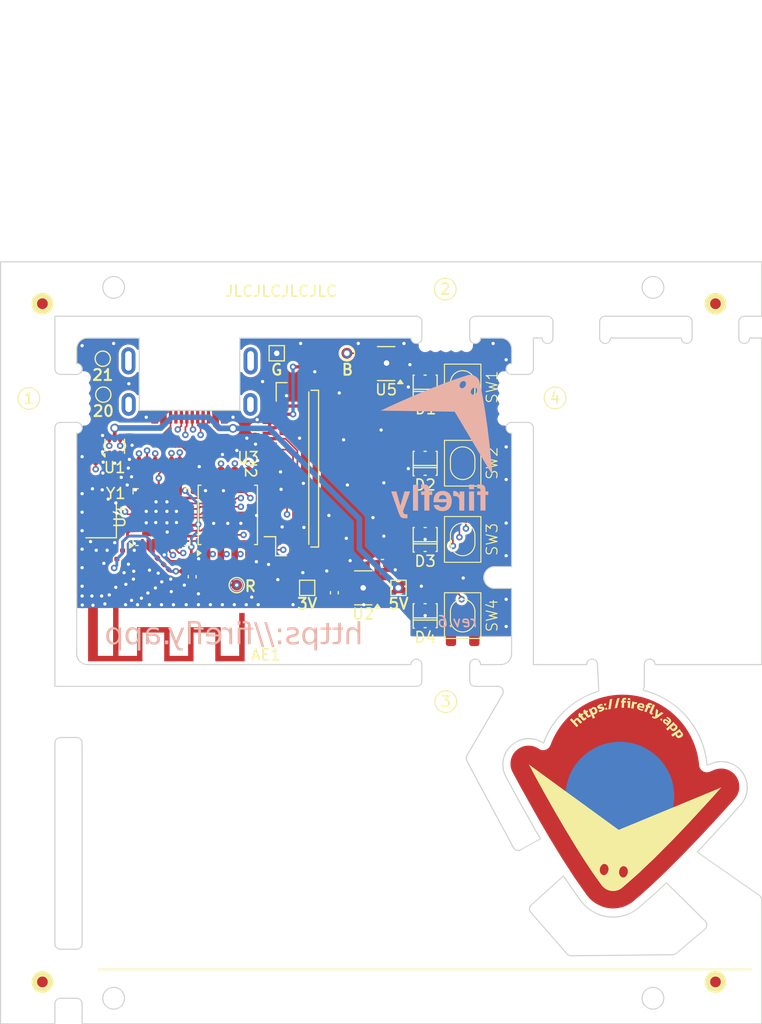
<source format=kicad_pcb>
(kicad_pcb (version 20240108) (generator "pcbnew") (generator_version "8.0")
  (layers (0 "F.Cu" signal) (1 "In1.Cu" signal) (2 "In2.Cu" signal) (31 "B.Cu" signal) (34 "B.Paste" user) (35 "F.Paste" user) (36 "B.SilkS" user "B.Silkscreen") (37 "F.SilkS" user "F.Silkscreen") (38 "B.Mask" user) (39 "F.Mask" user) (44 "Edge.Cuts" user))
  (net 0 "")
  (net 1 "GND")
  (net 2 "/SW_4")
  (net 3 "/PIXEL")
  (net 4 "/SW_3")
  (net 5 "Net-(AE1-Pad1)")
  (net 6 "5V")
  (net 7 "3V3")
  (net 8 "/MCU/ANTENNA")
  (net 9 "/MCU/XTAL_N")
  (net 10 "/MCU/CHIP_PU")
  (net 11 "Net-(C9-Pad1)")
  (net 12 "/MCU/VCC_SPI")
  (net 13 "/Power/USB_D+")
  (net 14 "/Power/USB_D-")
  (net 15 "Net-(D1-D0)")
  (net 16 "Net-(D1-DIN)")
  (net 17 "Net-(D2-D0)")
  (net 18 "Net-(D3-D0)")
  (net 21 "/MCU/DISP_SDA")
  (net 22 "/MCU/DISP_DC")
  (net 23 "/MCU/DISP_SCL")
  (net 24 "/MCU/DISP_RST")
  (net 26 "/MCU/XTAL_P")
  (net 27 "/MCU/SPI_D")
  (net 28 "/MCU/SPI_WP")
  (net 29 "/MCU/SPI_CLK")
  (net 30 "/MCU/SPI_Q")
  (net 31 "/MCU/SPI_HD")
  (net 32 "/USB_P")
  (net 33 "/USB_N")
  (net 38 "/MCU/IO21")
  (net 40 "/MCU/VRF")
  (net 41 "/MCU/FLASH_CS0")
  (net 42 "/MCU/FLASH_IO0")
  (net 43 "/MCU/FLASH_IO2")
  (net 44 "/MCU/FLASH_CLK")
  (net 45 "/MCU/FLASH_IO1")
  (net 46 "/MCU/FLASH_IO3")
  (net 47 "/Power/CC1")
  (net 48 "/Power/CC2")
  (net 50 "Net-(J2-LEDK)")
  (net 51 "Net-(U4-U0TXD{slash}GPIO21)")
  (net 55 "/MCU/IO20")
  (net 56 "/MCU/SW_1")
  (net 57 "/MCU/SW_2")
  (footprint "Capacitor_SMD:C_0201_0603Metric" (layer "F.Cu") (at 109.7 91.745 -90)
    (property "Reference" "C13" (hide yes))
    (property "Value" "100n")
  )
  (footprint "Capacitor_SMD:C_0201_0603Metric" (layer "F.Cu") (at 110.225 90.475 180)
    (property "Reference" "C15" (hide yes))
    (property "Value" "100n")
  )
  (footprint "Inductor_SMD:L_0201_0603Metric" (layer "F.Cu") (at 108.226274 91.026274 -45)
    (property "Reference" "L2" (hide yes))
    (property "Value" "2n2")
  )
  (footprint "Capacitor_SMD:C_0201_0603Metric" (layer "F.Cu") (at 102.255 88.85 180)
    (property "Reference" "C9" (hide yes))
    (property "Value" "10p")
  )
  (footprint "TestPoint:TestPoint_Pad_D1.0mm" (layer "F.Cu") (at 102.4 71.9)
    (property "Reference" "TP2" (hide yes))
    (property "Value" "TestPoint")
  )
  (footprint "Capacitor_SMD:C_0201_0603Metric" (layer "F.Cu") (at 107.2 90.45 -135)
    (property "Reference" "C11" (hide yes))
    (property "Value" "100n")
  )
  (footprint "firefly:mouse-bite-5" (layer "F.Cu") (at 100.7 65.5 90)
    (property "Reference" "REF**" (hide yes))
    (property "Value" "mouse-bite-5" (hide yes))
  )
  (footprint "firefly:button-oval" (layer "F.Cu") (at 135.5 88.5 -90)
    (property "Reference" "SW3")
    (property "Value" "~" (hide yes))
  )
  (footprint "firefly:USB_C_SINK" (layer "F.Cu") (at 110.38 70 180)
    (property "Reference" "J1" (hide yes))
    (property "Value" "~")
  )
  (footprint "Capacitor_SMD:C_0201_0603Metric" (layer "F.Cu") (at 103.905 89.525 180)
    (property "Reference" "C12" (hide yes))
    (property "Value" "1u")
  )
  (footprint "Resistor_SMD:R_0201_0603Metric" (layer "F.Cu") (at 105.725 81.475 -90)
    (property "Reference" "R7" (hide yes))
    (property "Value" "100R")
  )
  (footprint "firefly:mouse-bite-5" (layer "F.Cu") (at 150.1 99.25)
    (property "Reference" "REF**" (hide yes))
    (property "Value" "mouse-bite-5" (hide yes))
  )
  (footprint "Capacitor_SMD:C_0201_0603Metric" (layer "F.Cu") (at 112.9 93 180)
    (property "Reference" "C7" (hide yes))
    (property "Value" "100n")
  )
  (footprint "Capacitor_SMD:C_0201_0603Metric" (layer "F.Cu") (at 122.75 93.6 90)
    (property "Reference" "C3" (hide yes))
    (property "Value" "100n")
  )
  (footprint "Capacitor_SMD:C_0201_0603Metric" (layer "F.Cu") (at 116.4 78.605 -90)
    (property "Reference" "C18" (hide yes))
    (property "Value" "100n")
  )
  (footprint "Resistor_SMD:R_0201_0603Metric" (layer "F.Cu") (at 113.405 79.175 180)
    (property "Reference" "R2" (hide yes))
    (property "Value" "5k1")
  )
  (footprint "firefly:button-oval" (layer "F.Cu") (at 135.5 74.5 -90)
    (property "Reference" "SW1")
    (property "Value" "~" (hide yes))
  )
  (footprint "TestPoint:TestPoint_Pad_1.0x1.0mm" (layer "F.Cu") (at 118.4 71.4)
    (property "Reference" "GND1" (hide yes))
    (property "Value" "TestPoint")
  )
  (footprint "Capacitor_SMD:C_0402_1005Metric" (layer "F.Cu") (at 110.625 91.93 -90)
    (property "Reference" "C17" (hide yes))
    (property "Value" "10u")
  )
  (footprint "TestPoint:TestPoint_Pad_D1.0mm" (layer "F.Cu") (at 102.45 75.2)
    (property "Reference" "TP1" (hide yes))
    (property "Value" "TestPoint")
  )
  (footprint "firefly:WS2812B" (layer "F.Cu") (at 132.05 81.5 -90)
    (property "Reference" "D2")
    (property "Value" "WS2812B" (hide yes))
  )
  (footprint "Resistor_SMD:R_0201_0603Metric" (layer "F.Cu") (at 109.475 81.48 -90)
    (property "Reference" "R8" (hide yes))
    (property "Value" "100R")
  )
  (footprint "Resistor_SMD:R_0201_0603Metric" (layer "F.Cu") (at 106.475 81.48 -90)
    (property "Reference" "R9" (hide yes))
    (property "Value" "100R")
  )
  (footprint "Resistor_SMD:R_0201_0603Metric" (layer "F.Cu") (at 105.45 79.1)
    (property "Reference" "R1" (hide yes))
    (property "Value" "5K1")
  )
  (footprint "Resistor_SMD:R_0201_0603Metric" (layer "F.Cu") (at 101.75 81.13 90)
    (property "Reference" "R11" (hide yes))
    (property "Value" "499R")
  )
  (footprint "Resistor_SMD:R_0201_0603Metric" (layer "F.Cu") (at 107.975 81.48 -90)
    (property "Reference" "R5" (hide yes))
    (property "Value" "0R")
  )
  (footprint "firefly:mouse-bite-5" (layer "F.Cu") (at 100.7 128.4 90)
    (property "Reference" "REF**" (hide yes))
    (property "Value" "mouse-bite-5" (hide yes))
  )
  (footprint "TestPoint:TestPoint_Pad_1.0x1.0mm" (layer "F.Cu") (at 129.6 92.95 -90)
    (property "Reference" "5V1" (hide yes))
    (property "Value" "TestPoint")
  )
  (footprint "Capacitor_SMD:C_0201_0603Metric" (layer "F.Cu") (at 103.38 90.3 180)
    (property "Reference" "C14" (hide yes))
    (property "Value" "10n")
  )
  (footprint "firefly:mouse-bite-5" (layer "F.Cu") (at 100.7 104.5 90)
    (property "Reference" "REF**" (hide yes))
    (property "Value" "mouse-bite-5" (hide yes))
  )
  (footprint "firefly:JUSHUO_FPC_24" (layer "F.Cu") (at 119 82 -90)
    (property "Reference" "J2")
    (property "Value" "~")
  )
  (footprint "firefly:mouse-bite-5" (layer "F.Cu") (at 145.95 70.75)
    (property "Reference" "REF**" (hide yes))
    (property "Value" "mouse-bite-5" (hide yes))
  )
  (footprint "TestPoint:TestPoint_Pad_1.0x1.0mm" (layer "F.Cu") (at 121.2 92.95)
    (property "Reference" "3V1" (hide yes))
    (property "Value" "TestPoint")
  )
  (footprint "Capacitor_SMD:C_0201_0603Metric" (layer "F.Cu") (at 112.34 80.97)
    (property "Reference" "C10" (hide yes))
    (property "Value" "1u")
  )
  (footprint "firefly:button-oval" (layer "F.Cu") (at 135.5 81.5 -90)
    (property "Reference" "SW2")
    (property "Value" "~" (hide yes))
  )
  (footprint "Resistor_SMD:R_0201_0603Metric" (layer "F.Cu") (at 107.225 81.48 -90)
    (property "Reference" "R6" (hide yes))
    (property "Value" "100R")
  )
  (footprint "firefly:WS2812B" (layer "F.Cu") (at 132.05 95.5 -90)
    (property "Reference" "D4")
    (property "Value" "WS2812B" (hide yes))
  )
  (footprint "TestPoint:TestPoint_Pad_D1.0mm" (layer "F.Cu") (at 124.85 71.4)
    (property "Reference" "BOOT1" (hide yes))
    (property "Value" "TestPoint")
  )
  (footprint "Resistor_SMD:R_0201_0603Metric" (layer "F.Cu") (at 108.725 81.48 -90)
    (property "Reference" "R10" (hide yes))
    (property "Value" "100R")
  )
  (footprint "firefly:mouse-bite-5" (layer "F.Cu") (at 133.95 70.7)
    (property "Reference" "REF**" (hide yes))
    (property "Value" "mouse-bite-5" (hide yes))
  )
  (footprint "Capacitor_SMD:C_0201_0603Metric" (layer "F.Cu") (at 129.255 74.55 180)
    (property "Reference" "C20" (hide yes))
    (property "Value" "100n")
  )
  (footprint "firefly:fiducial" (layer "F.Cu") (at 158.75 66.85)
    (property "Reference" "REF**" (hide yes))
    (property "Value" "fiducial" (hide yes))
  )
  (footprint "Resistor_SMD:R_0201_0603Metric" (layer "F.Cu") (at 120.6 72.3 90)
    (property "Reference" "R12" (hide yes))
    (property "Value" "10R")
  )
  (footprint "firefly:mouse-bite-5" (layer "F.Cu") (at 133.95 99.3)
    (property "Reference" "REF**" (hide yes))
    (property "Value" "mouse-bite-5" (hide yes))
  )
  (footprint "Package_TO_SOT_SMD:SOT-563" (layer "F.Cu") (at 103.5 79.95 90)
    (property "Reference" "U1")
    (property "Value" "USBLC6-2SC6")
  )
  (footprint "Package_DFN_QFN:QFN-32-1EP_5x5mm_P0.5mm_EP3.1x3.1mm" (layer "F.Cu") (at 107.8 86.45 90)
    (property "Reference" "U4")
    (property "Value" "ESP32-C3")
  )
  (footprint "firefly:logo-pin-25-1" (layer "F.Cu") (at 149.451423 113.45666)
    (property "Reference" "REF**" (hide yes))
    (property "Value" "logo-pin-25-1" (hide yes))
    (fp_line (start -10.254183 -4.333812) (end -10.241262 -4.52881) (stroke (width 0.1)) (layer "Edge.Cuts"))
    (fp_line (start -10.250775 -4.137975) (end -10.254183 -4.333812) (stroke (width 0.1)) (layer "Edge.Cuts"))
    (fp_line (start -10.241262 -4.52881) (end -10.212187 -4.721907) (stroke (width 0.1)) (layer "Edge.Cuts"))
    (fp_line (start -10.230865 -3.94236) (end -10.250775 -4.137975) (stroke (width 0.1)) (layer "Edge.Cuts"))
    (fp_line (start -10.212187 -4.721907) (end -10.167128 -4.912046) (stroke (width 0.1)) (layer "Edge.Cuts"))
    (fp_line (start -10.194283 -3.74803) (end -10.230865 -3.94236) (stroke (width 0.1)) (layer "Edge.Cuts"))
    (fp_line (start -10.169687 -3.651677) (end -10.194283 -3.74803) (stroke (width 0.1)) (layer "Edge.Cuts"))
    (fp_line (start -10.167128 -4.912046) (end -10.106258 -5.098164) (stroke (width 0.1)) (layer "Edge.Cuts"))
    (fp_line (start -10.140854 -3.556042) (end -10.169687 -3.651677) (stroke (width 0.1)) (layer "Edge.Cuts"))
    (fp_line (start -10.107769 -3.461258) (end -10.140854 -3.556042) (stroke (width 0.1)) (layer "Edge.Cuts"))
    (fp_line (start -10.106258 -5.098164) (end -10.029752 -5.279202) (stroke (width 0.1)) (layer "Edge.Cuts"))
    (fp_line (start -10.070407 -3.367457) (end -10.107769 -3.461258) (stroke (width 0.1)) (layer "Edge.Cuts"))
    (fp_line (start -10.029752 -5.279202) (end -9.93778 -5.454095) (stroke (width 0.1)) (layer "Edge.Cuts"))
    (fp_line (start -10.028747 -3.274772) (end -10.070407 -3.367457) (stroke (width 0.1)) (layer "Edge.Cuts"))
    (fp_line (start -9.982769 -3.183336) (end -10.028747 -3.274772) (stroke (width 0.1)) (layer "Edge.Cuts"))
    (fp_line (start -9.93778 -5.454095) (end -9.886048 -5.538909) (stroke (width 0.1)) (layer "Edge.Cuts"))
    (fp_line (start -9.886048 -5.538909) (end -9.830516 -5.621791) (stroke (width 0.1)) (layer "Edge.Cuts"))
    (fp_line (start -9.830516 -5.621791) (end -9.771205 -5.702604) (stroke (width 0.1)) (layer "Edge.Cuts"))
    (fp_line (start -9.771205 -5.702604) (end -9.708133 -5.781221) (stroke (width 0.1)) (layer "Edge.Cuts"))
    (fp_line (start -9.708133 -5.781221) (end -9.641324 -5.857505) (stroke (width 0.1)) (layer "Edge.Cuts"))
    (fp_line (start -9.641324 -5.857505) (end -9.570803 -5.931327) (stroke (width 0.1)) (layer "Edge.Cuts"))
    (fp_line (start -9.570803 -5.931327) (end -9.496585 -6.002551) (stroke (width 0.1)) (layer "Edge.Cuts"))
    (fp_line (start -9.496585 -6.002551) (end -9.418695 -6.07105) (stroke (width 0.1)) (layer "Edge.Cuts"))
    (fp_line (start -9.418695 -6.07105) (end -9.341071 -6.136214) (stroke (width 0.1)) (layer "Edge.Cuts"))
    (fp_line (start -9.341071 -6.136214) (end -9.261397 -6.19753) (stroke (width 0.1)) (layer "Edge.Cuts"))
    (fp_line (start -9.267418 -1.84077) (end -9.982769 -3.183336) (stroke (width 0.1)) (layer "Edge.Cuts"))
    (fp_line (start -9.261397 -6.19753) (end -9.179799 -6.254996) (stroke (width 0.1)) (layer "Edge.Cuts"))
    (fp_line (start -9.179799 -6.254996) (end -9.09639 -6.308607) (stroke (width 0.1)) (layer "Edge.Cuts"))
    (fp_line (start -9.09639 -6.308607) (end -9.011301 -6.358366) (stroke (width 0.1)) (layer "Edge.Cuts"))
    (fp_line (start -9.011301 -6.358366) (end -8.92465 -6.404268) (stroke (width 0.1)) (layer "Edge.Cuts"))
    (fp_line (start -8.92465 -6.404268) (end -8.836561 -6.446315) (stroke (width 0.1)) (layer "Edge.Cuts"))
    (fp_line (start -8.836561 -6.446315) (end -8.74715 -6.484503) (stroke (width 0.1)) (layer "Edge.Cuts"))
    (fp_line (start -8.74715 -6.484503) (end -8.656545 -6.518828) (stroke (width 0.1)) (layer "Edge.Cuts"))
    (fp_line (start -8.656545 -6.518828) (end -8.564866 -6.549296) (stroke (width 0.1)) (layer "Edge.Cuts"))
    (fp_line (start -8.564866 -6.549296) (end -8.472234 -6.575898) (stroke (width 0.1)) (layer "Edge.Cuts"))
    (fp_line (start -8.532762 -0.504421) (end -9.267418 -1.84077) (stroke (width 0.1)) (layer "Edge.Cuts"))
    (fp_line (start -8.472234 -6.575898) (end -8.37877 -6.598635) (stroke (width 0.1)) (layer "Edge.Cuts"))
    (fp_line (start -8.37877 -6.598635) (end -8.284599 -6.617507) (stroke (width 0.1)) (layer "Edge.Cuts"))
    (fp_line (start -8.284599 -6.617507) (end -8.189839 -6.632511) (stroke (width 0.1)) (layer "Edge.Cuts"))
    (fp_line (start -8.189839 -6.632511) (end -8.094612 -6.643646) (stroke (width 0.1)) (layer "Edge.Cuts"))
    (fp_line (start -8.094612 -6.643646) (end -7.999044 -6.650909) (stroke (width 0.1)) (layer "Edge.Cuts"))
    (fp_line (start -7.999044 -6.650909) (end -7.903253 -6.654301) (stroke (width 0.1)) (layer "Edge.Cuts"))
    (fp_line (start -7.903253 -6.654301) (end -7.807362 -6.653817) (stroke (width 0.1)) (layer "Edge.Cuts"))
    (fp_line (start -7.807362 -6.653817) (end -7.711494 -6.649459) (stroke (width 0.1)) (layer "Edge.Cuts"))
    (fp_line (start -7.711494 -6.649459) (end -7.615766 -6.641224) (stroke (width 0.1)) (layer "Edge.Cuts"))
    (fp_line (start -7.615766 -6.641224) (end -7.520305 -6.62911) (stroke (width 0.1)) (layer "Edge.Cuts"))
    (fp_line (start -7.612822 1.122976) (end -8.532762 -0.504421) (stroke (width 0.1)) (layer "Edge.Cuts"))
    (fp_line (start -7.520305 -6.62911) (end -7.425232 -6.613115) (stroke (width 0.1)) (layer "Edge.Cuts"))
    (fp_line (start -7.425232 -6.613115) (end -7.330667 -6.593239) (stroke (width 0.1)) (layer "Edge.Cuts"))
    (fp_line (start -7.330667 -6.593239) (end -7.236731 -6.569481) (stroke (width 0.1)) (layer "Edge.Cuts"))
    (fp_line (start -7.256262 1.77829) (end -7.612822 1.122976) (stroke (width 0.1)) (layer "Edge.Cuts"))
    (fp_line (start -7.256262 1.77829) (end -6.778965 2.53843) (stroke (width 0.1)) (layer "Edge.Cuts"))
    (fp_line (start -7.236731 -6.569481) (end -7.143548 -6.541838) (stroke (width 0.1)) (layer "Edge.Cuts"))
    (fp_line (start -7.143548 -6.541838) (end -7.05124 -6.510306) (stroke (width 0.1)) (layer "Edge.Cuts"))
    (fp_line (start -7.05124 -6.510306) (end -6.959927 -6.47489) (stroke (width 0.1)) (layer "Edge.Cuts"))
    (fp_line (start -6.959927 -6.47489) (end -6.869732 -6.435584) (stroke (width 0.1)) (layer "Edge.Cuts"))
    (fp_line (start -6.869732 -6.435584) (end -6.780776 -6.392386) (stroke (width 0.1)) (layer "Edge.Cuts"))
    (fp_line (start -6.780776 -6.392386) (end -6.693183 -6.345295) (stroke (width 0.1)) (layer "Edge.Cuts"))
    (fp_line (start -6.693183 -6.345295) (end -6.607072 -6.294311) (stroke (width 0.1)) (layer "Edge.Cuts"))
    (fp_line (start -6.607072 -6.294311) (end -6.522564 -6.239431) (stroke (width 0.1)) (layer "Edge.Cuts"))
    (fp_line (start -6.522564 -6.239431) (end -6.423098 -6.497443) (stroke (width 0.1)) (layer "Edge.Cuts"))
    (fp_line (start -6.423098 -6.497443) (end -6.314062 -6.753384) (stroke (width 0.1)) (layer "Edge.Cuts"))
    (fp_line (start -6.314062 -6.753384) (end -6.195358 -7.006758) (stroke (width 0.1)) (layer "Edge.Cuts"))
    (fp_line (start -6.195358 -7.006758) (end -6.066886 -7.257075) (stroke (width 0.1)) (layer "Edge.Cuts"))
    (fp_line (start -6.066886 -7.257075) (end -5.928551 -7.503842) (stroke (width 0.1)) (layer "Edge.Cuts"))
    (fp_line (start -5.928551 -7.503842) (end -5.780247 -7.746562) (stroke (width 0.1)) (layer "Edge.Cuts"))
    (fp_line (start -5.780247 -7.746562) (end -5.621882 -7.984741) (stroke (width 0.1)) (layer "Edge.Cuts"))
    (fp_line (start -5.621882 -7.984741) (end -5.453352 -8.217893) (stroke (width 0.1)) (layer "Edge.Cuts"))
    (fp_line (start -5.453352 -8.217893) (end -5.205215 -8.531886) (stroke (width 0.1)) (layer "Edge.Cuts"))
    (fp_line (start -5.205215 -8.531886) (end -4.944291 -8.829752) (stroke (width 0.1)) (layer "Edge.Cuts"))
    (fp_line (start -4.944291 -8.829752) (end -4.671265 -9.111389) (stroke (width 0.1)) (layer "Edge.Cuts"))
    (fp_line (start -4.671265 -9.111389) (end -4.386823 -9.376704) (stroke (width 0.1)) (layer "Edge.Cuts"))
    (fp_line (start -4.386823 -9.376704) (end -4.091643 -9.625598) (stroke (width 0.1)) (layer "Edge.Cuts"))
    (fp_line (start -4.236578 6.608967) (end -4.693 5.967898) (stroke (width 0.1)) (layer "Edge.Cuts"))
    (fp_line (start -4.091643 -9.625598) (end -3.786412 -9.857973) (stroke (width 0.1)) (layer "Edge.Cuts"))
    (fp_line (start -3.786412 -9.857973) (end -3.47181 -10.073736) (stroke (width 0.1)) (layer "Edge.Cuts"))
    (fp_line (start -3.648979 7.461403) (end -4.236578 6.608967) (stroke (width 0.1)) (layer "Edge.Cuts"))
    (fp_line (start -3.47181 -10.073736) (end -3.148524 -10.272783) (stroke (width 0.1)) (layer "Edge.Cuts"))
    (fp_line (start -3.148524 -10.272783) (end -2.817231 -10.455025) (stroke (width 0.1)) (layer "Edge.Cuts"))
    (fp_line (start -3.07078 8.258071) (end -3.648979 7.461403) (stroke (width 0.1)) (layer "Edge.Cuts"))
    (fp_line (start -3.05394 8.274908) (end -3.07078 8.258071) (stroke (width 0.1)) (layer "Edge.Cuts"))
    (fp_line (start -2.976214 8.374735) (end -3.05394 8.274908) (stroke (width 0.1)) (layer "Edge.Cuts"))
    (fp_line (start -2.894638 8.472098) (end -2.976214 8.374735) (stroke (width 0.1)) (layer "Edge.Cuts"))
    (fp_line (start -2.817231 -10.455025) (end -2.47862 -10.620357) (stroke (width 0.1)) (layer "Edge.Cuts"))
    (fp_line (start -2.809312 8.566892) (end -2.894638 8.472098) (stroke (width 0.1)) (layer "Edge.Cuts"))
    (fp_line (start -2.720337 8.659024) (end -2.809312 8.566892) (stroke (width 0.1)) (layer "Edge.Cuts"))
    (fp_line (start -2.627813 8.748393) (end -2.720337 8.659024) (stroke (width 0.1)) (layer "Edge.Cuts"))
    (fp_line (start -2.531832 8.834904) (end -2.627813 8.748393) (stroke (width 0.1)) (layer "Edge.Cuts"))
    (fp_line (start -2.47862 -10.620357) (end -2.133369 -10.768687) (stroke (width 0.1)) (layer "Edge.Cuts"))
    (fp_line (start -2.432497 8.918452) (end -2.531832 8.834904) (stroke (width 0.1)) (layer "Edge.Cuts"))
    (fp_line (start -2.329907 8.998942) (end -2.432497 8.918452) (stroke (width 0.1)) (layer "Edge.Cuts"))
    (fp_line (start -2.201336 9.091338) (end -2.329907 8.998942) (stroke (width 0.1)) (layer "Edge.Cuts"))
    (fp_line (start -2.133369 -10.768687) (end -1.782163 -10.899917) (stroke (width 0.1)) (layer "Edge.Cuts"))
    (fp_line (start -2.069909 9.177524) (end -2.201336 9.091338) (stroke (width 0.1)) (layer "Edge.Cuts"))
    (fp_line (start -1.935823 9.257508) (end -2.069909 9.177524) (stroke (width 0.1)) (layer "Edge.Cuts"))
    (fp_line (start -1.79928 9.331295) (end -1.935823 9.257508) (stroke (width 0.1)) (layer "Edge.Cuts"))
    (fp_line (start -1.782163 -10.899917) (end -1.425686 -11.013949) (stroke (width 0.1)) (layer "Edge.Cuts"))
    (fp_line (start -1.66048 9.39889) (end -1.79928 9.331295) (stroke (width 0.1)) (layer "Edge.Cuts"))
    (fp_line (start -1.519625 9.460301) (end -1.66048 9.39889) (stroke (width 0.1)) (layer "Edge.Cuts"))
    (fp_line (start -1.376913 9.515533) (end -1.519625 9.460301) (stroke (width 0.1)) (layer "Edge.Cuts"))
    (fp_line (start -1.232544 9.564592) (end -1.376913 9.515533) (stroke (width 0.1)) (layer "Edge.Cuts"))
    (fp_line (start -1.086721 9.607486) (end -1.232544 9.564592) (stroke (width 0.1)) (layer "Edge.Cuts"))
    (fp_line (start -0.939645 9.644218) (end -1.086721 9.607486) (stroke (width 0.1)) (layer "Edge.Cuts"))
    (fp_line (start -0.79151 9.674799) (end -0.939645 9.644218) (stroke (width 0.1)) (layer "Edge.Cuts"))
    (fp_line (start -0.642524 9.699231) (end -0.79151 9.674799) (stroke (width 0.1)) (layer "Edge.Cuts"))
    (fp_line (start -0.492885 9.717521) (end -0.642524 9.699231) (stroke (width 0.1)) (layer "Edge.Cuts"))
    (fp_line (start -0.34279 9.729675) (end -0.492885 9.717521) (stroke (width 0.1)) (layer "Edge.Cuts"))
    (fp_line (start -0.192446 9.7357) (end -0.34279 9.729675) (stroke (width 0.1)) (layer "Edge.Cuts"))
    (fp_line (start -0.042046 9.735603) (end -0.192446 9.7357) (stroke (width 0.1)) (layer "Edge.Cuts"))
    (fp_line (start 0.108205 9.729389) (end -0.042046 9.735603) (stroke (width 0.1)) (layer "Edge.Cuts"))
    (fp_line (start 0.258103 9.717062) (end 0.108205 9.729389) (stroke (width 0.1)) (layer "Edge.Cuts"))
    (fp_line (start 0.40746 9.698633) (end 0.258103 9.717062) (stroke (width 0.1)) (layer "Edge.Cuts"))
    (fp_line (start 0.556063 9.674106) (end 0.40746 9.698633) (stroke (width 0.1)) (layer "Edge.Cuts"))
    (fp_line (start 0.703719 9.643484) (end 0.556063 9.674106) (stroke (width 0.1)) (layer "Edge.Cuts"))
    (fp_line (start 0.850223 9.606778) (end 0.703719 9.643484) (stroke (width 0.1)) (layer "Edge.Cuts"))
    (fp_line (start 0.995377 9.563991) (end 0.850223 9.606778) (stroke (width 0.1)) (layer "Edge.Cuts"))
    (fp_line (start 1.13898 9.51513) (end 0.995377 9.563991) (stroke (width 0.1)) (layer "Edge.Cuts"))
    (fp_line (start 1.280832 9.460202) (end 1.13898 9.51513) (stroke (width 0.1)) (layer "Edge.Cuts"))
    (fp_line (start 1.420733 9.399214) (end 1.280832 9.460202) (stroke (width 0.1)) (layer "Edge.Cuts"))
    (fp_line (start 1.558481 9.33217) (end 1.420733 9.399214) (stroke (width 0.1)) (layer "Edge.Cuts"))
    (fp_line (start 1.693878 9.259074) (end 1.558481 9.33217) (stroke (width 0.1)) (layer "Edge.Cuts"))
    (fp_line (start 1.826719 9.179938) (end 1.693878 9.259074) (stroke (width 0.1)) (layer "Edge.Cuts"))
    (fp_line (start 1.95681 9.094765) (end 1.826719 9.179938) (stroke (width 0.1)) (layer "Edge.Cuts"))
    (fp_line (start 2.083946 9.003563) (end 1.95681 9.094765) (stroke (width 0.1)) (layer "Edge.Cuts"))
    (fp_line (start 2.207927 8.906333) (end 2.083946 9.003563) (stroke (width 0.1)) (layer "Edge.Cuts"))
    (fp_line (start 2.216347 8.897915) (end 2.207927 8.906333) (stroke (width 0.1)) (layer "Edge.Cuts"))
    (fp_line (start 2.648216 -11.105474) (end 3.014691 -11.00556) (stroke (width 0.1)) (layer "Edge.Cuts"))
    (fp_line (start 3.014691 -11.00556) (end 3.377562 -10.887184) (stroke (width 0.1)) (layer "Edge.Cuts"))
    (fp_line (start 3.377562 -10.887184) (end 3.736141 -10.750249) (stroke (width 0.1)) (layer "Edge.Cuts"))
    (fp_line (start 3.735448 7.56995) (end 2.216347 8.897915) (stroke (width 0.1)) (layer "Edge.Cuts"))
    (fp_line (start 3.736141 -10.750249) (end 4.089755 -10.594663) (stroke (width 0.1)) (layer "Edge.Cuts"))
    (fp_line (start 4.089755 -10.594663) (end 4.43771 -10.420324) (stroke (width 0.1)) (layer "Edge.Cuts"))
    (fp_line (start 4.43771 -10.420324) (end 4.779329 -10.227135) (stroke (width 0.1)) (layer "Edge.Cuts"))
    (fp_line (start 4.779329 -10.227135) (end 5.113927 -10.015003) (stroke (width 0.1)) (layer "Edge.Cuts"))
    (fp_line (start 4.785154 6.589207) (end 3.735448 7.56995) (stroke (width 0.1)) (layer "Edge.Cuts"))
    (fp_line (start 5.113927 -10.015003) (end 5.44082 -9.783825) (stroke (width 0.1)) (layer "Edge.Cuts"))
    (fp_line (start 5.44082 -9.783825) (end 5.778716 -9.517098) (stroke (width 0.1)) (layer "Edge.Cuts"))
    (fp_line (start 5.778716 -9.517098) (end 6.097765 -9.235275) (stroke (width 0.1)) (layer "Edge.Cuts"))
    (fp_line (start 6.097765 -9.235275) (end 6.397873 -8.939246) (stroke (width 0.1)) (layer "Edge.Cuts"))
    (fp_line (start 6.397873 -8.939246) (end 6.67894 -8.629897) (stroke (width 0.1)) (layer "Edge.Cuts"))
    (fp_line (start 6.67894 -8.629897) (end 6.940866 -8.308118) (stroke (width 0.1)) (layer "Edge.Cuts"))
    (fp_line (start 6.940866 -8.308118) (end 7.183552 -7.974795) (stroke (width 0.1)) (layer "Edge.Cuts"))
    (fp_line (start 7.183552 -7.974795) (end 7.406903 -7.630817) (stroke (width 0.1)) (layer "Edge.Cuts"))
    (fp_line (start 7.406903 -7.630817) (end 7.610815 -7.27707) (stroke (width 0.1)) (layer "Edge.Cuts"))
    (fp_line (start 7.610815 -7.27707) (end 7.795194 -6.914445) (stroke (width 0.1)) (layer "Edge.Cuts"))
    (fp_line (start 7.795194 -6.914445) (end 7.959941 -6.54383) (stroke (width 0.1)) (layer "Edge.Cuts"))
    (fp_line (start 7.959941 -6.54383) (end 8.104953 -6.166109) (stroke (width 0.1)) (layer "Edge.Cuts"))
    (fp_line (start 8.104953 -6.166109) (end 8.230138 -5.782174) (stroke (width 0.1)) (layer "Edge.Cuts"))
    (fp_line (start 8.230138 -5.782174) (end 8.335389 -5.392909) (stroke (width 0.1)) (layer "Edge.Cuts"))
    (fp_line (start 8.305382 3.031982) (end 7.622642 3.769841) (stroke (width 0.1)) (layer "Edge.Cuts"))
    (fp_line (start 8.335389 -5.392909) (end 8.420617 -4.999209) (stroke (width 0.1)) (layer "Edge.Cuts"))
    (fp_line (start 8.420617 -4.999209) (end 8.485716 -4.601952) (stroke (width 0.1)) (layer "Edge.Cuts"))
    (fp_line (start 8.485716 -4.601952) (end 8.530588 -4.202033) (stroke (width 0.1)) (layer "Edge.Cuts"))
    (fp_line (start 8.530588 -4.202033) (end 8.9347 -4.370412) (stroke (width 0.1)) (layer "Edge.Cuts"))
    (fp_line (start 8.9347 -4.370412) (end 9.082705 -4.426577) (stroke (width 0.1)) (layer "Edge.Cuts"))
    (fp_line (start 9.082705 -4.426577) (end 9.232768 -4.472051) (stroke (width 0.1)) (layer "Edge.Cuts"))
    (fp_line (start 9.232768 -4.472051) (end 9.384388 -4.50699) (stroke (width 0.1)) (layer "Edge.Cuts"))
    (fp_line (start 9.384388 -4.50699) (end 9.537053 -4.531559) (stroke (width 0.1)) (layer "Edge.Cuts"))
    (fp_line (start 9.537053 -4.531559) (end 9.690263 -4.545916) (stroke (width 0.1)) (layer "Edge.Cuts"))
    (fp_line (start 9.690263 -4.545916) (end 9.843509 -4.550222) (stroke (width 0.1)) (layer "Edge.Cuts"))
    (fp_line (start 9.843509 -4.550222) (end 9.996285 -4.544637) (stroke (width 0.1)) (layer "Edge.Cuts"))
    (fp_line (start 9.996285 -4.544637) (end 10.148089 -4.529323) (stroke (width 0.1)) (layer "Edge.Cuts"))
    (fp_line (start 10.148089 -4.529323) (end 10.298412 -4.504438) (stroke (width 0.1)) (layer "Edge.Cuts"))
    (fp_line (start 10.298412 -4.504438) (end 10.446747 -4.470141) (stroke (width 0.1)) (layer "Edge.Cuts"))
    (fp_line (start 10.446747 -4.470141) (end 10.592596 -4.426599) (stroke (width 0.1)) (layer "Edge.Cuts"))
    (fp_line (start 10.592596 -4.426599) (end 10.735445 -4.373966) (stroke (width 0.1)) (layer "Edge.Cuts"))
    (fp_line (start 10.612712 0.539435) (end 8.305382 3.031982) (stroke (width 0.1)) (layer "Edge.Cuts"))
    (fp_line (start 10.735445 -4.373966) (end 10.874791 -4.312404) (stroke (width 0.1)) (layer "Edge.Cuts"))
    (fp_line (start 10.874791 -4.312404) (end 11.010131 -4.242074) (stroke (width 0.1)) (layer "Edge.Cuts"))
    (fp_line (start 11.010131 -4.242074) (end 11.140955 -4.163135) (stroke (width 0.1)) (layer "Edge.Cuts"))
    (fp_line (start 11.140955 -4.163135) (end 11.266762 -4.075748) (stroke (width 0.1)) (layer "Edge.Cuts"))
    (fp_line (start 11.266762 -4.075748) (end 11.302681 -4.048522) (stroke (width 0.1)) (layer "Edge.Cuts"))
    (fp_line (start 11.302681 -4.048522) (end 11.337847 -4.020516) (stroke (width 0.1)) (layer "Edge.Cuts"))
    (fp_line (start 11.337847 -4.020516) (end 11.372297 -3.991747) (stroke (width 0.1)) (layer "Edge.Cuts"))
    (fp_line (start 11.372297 -3.991747) (end 11.406068 -3.962224) (stroke (width 0.1)) (layer "Edge.Cuts"))
    (fp_line (start 11.406068 -3.962224) (end 11.471727 -3.900972) (stroke (width 0.1)) (layer "Edge.Cuts"))
    (fp_line (start 11.471727 -3.900972) (end 11.535116 -3.83686) (stroke (width 0.1)) (layer "Edge.Cuts"))
    (fp_line (start 11.535116 -3.83686) (end 11.596532 -3.769983) (stroke (width 0.1)) (layer "Edge.Cuts"))
    (fp_line (start 11.596532 -3.769983) (end 11.656271 -3.700446) (stroke (width 0.1)) (layer "Edge.Cuts"))
    (fp_line (start 11.628779 -0.598706) (end 10.612712 0.539435) (stroke (width 0.1)) (layer "Edge.Cuts"))
    (fp_line (start 11.656271 -3.700446) (end 11.714629 -3.628343) (stroke (width 0.1)) (layer "Edge.Cuts"))
    (fp_line (start 11.695471 -0.677958) (end 11.628779 -0.598706) (stroke (width 0.1)) (layer "Edge.Cuts"))
    (fp_line (start 11.714629 -3.628343) (end 11.7719 -3.553771) (stroke (width 0.1)) (layer "Edge.Cuts"))
    (fp_line (start 11.758212 -0.75935) (end 11.695471 -0.677958) (stroke (width 0.1)) (layer "Edge.Cuts"))
    (fp_line (start 11.7719 -3.553771) (end 11.830604 -3.468403) (stroke (width 0.1)) (layer "Edge.Cuts"))
    (fp_line (start 11.816993 -0.842751) (end 11.758212 -0.75935) (stroke (width 0.1)) (layer "Edge.Cuts"))
    (fp_line (start 11.830604 -3.468403) (end 11.885168 -3.38129) (stroke (width 0.1)) (layer "Edge.Cuts"))
    (fp_line (start 11.87181 -0.928034) (end 11.816993 -0.842751) (stroke (width 0.1)) (layer "Edge.Cuts"))
    (fp_line (start 11.885168 -3.38129) (end 11.935605 -3.29256) (stroke (width 0.1)) (layer "Edge.Cuts"))
    (fp_line (start 11.922656 -1.015066) (end 11.87181 -0.928034) (stroke (width 0.1)) (layer "Edge.Cuts"))
    (fp_line (start 11.935605 -3.29256) (end 11.981915 -3.202344) (stroke (width 0.1)) (layer "Edge.Cuts"))
    (fp_line (start 11.969524 -1.103723) (end 11.922656 -1.015066) (stroke (width 0.1)) (layer "Edge.Cuts"))
    (fp_line (start 11.981915 -3.202344) (end 12.024106 -3.110773) (stroke (width 0.1)) (layer "Edge.Cuts"))
    (fp_line (start 12.012411 -1.193871) (end 11.969524 -1.103723) (stroke (width 0.1)) (layer "Edge.Cuts"))
    (fp_line (start 12.024106 -3.110773) (end 12.062183 -3.017975) (stroke (width 0.1)) (layer "Edge.Cuts"))
    (fp_line (start 12.051307 -1.285381) (end 12.012411 -1.193871) (stroke (width 0.1)) (layer "Edge.Cuts"))
    (fp_line (start 12.062183 -3.017975) (end 12.096153 -2.924076) (stroke (width 0.1)) (layer "Edge.Cuts"))
    (fp_line (start 12.086207 -1.378124) (end 12.051307 -1.285381) (stroke (width 0.1)) (layer "Edge.Cuts"))
    (fp_line (start 12.096153 -2.924076) (end 12.126024 -2.829212) (stroke (width 0.1)) (layer "Edge.Cuts"))
    (fp_line (start 12.117103 -1.47197) (end 12.086207 -1.378124) (stroke (width 0.1)) (layer "Edge.Cuts"))
    (fp_line (start 12.126024 -2.829212) (end 12.151801 -2.733509) (stroke (width 0.1)) (layer "Edge.Cuts"))
    (fp_line (start 12.143992 -1.566791) (end 12.117103 -1.47197) (stroke (width 0.1)) (layer "Edge.Cuts"))
    (fp_line (start 12.151801 -2.733509) (end 12.173487 -2.637096) (stroke (width 0.1)) (layer "Edge.Cuts"))
    (fp_line (start 12.166869 -1.662459) (end 12.143992 -1.566791) (stroke (width 0.1)) (layer "Edge.Cuts"))
    (fp_line (start 12.173487 -2.637096) (end 12.191094 -2.540105) (stroke (width 0.1)) (layer "Edge.Cuts"))
    (fp_line (start 12.185726 -1.758839) (end 12.166869 -1.662459) (stroke (width 0.1)) (layer "Edge.Cuts"))
    (fp_line (start 12.191094 -2.540105) (end 12.204624 -2.442663) (stroke (width 0.1)) (layer "Edge.Cuts"))
    (fp_line (start 12.200554 -1.855809) (end 12.185726 -1.758839) (stroke (width 0.1)) (layer "Edge.Cuts"))
    (fp_line (start 12.204624 -2.442663) (end 12.214083 -2.344899) (stroke (width 0.1)) (layer "Edge.Cuts"))
    (fp_line (start 12.21135 -1.953232) (end 12.200554 -1.855809) (stroke (width 0.1)) (layer "Edge.Cuts"))
    (fp_line (start 12.214083 -2.344899) (end 12.219481 -2.246946) (stroke (width 0.1)) (layer "Edge.Cuts"))
    (fp_line (start 12.218106 -2.050983) (end 12.21135 -1.953232) (stroke (width 0.1)) (layer "Edge.Cuts"))
    (fp_line (start 12.219481 -2.246946) (end 12.22082 -2.14893) (stroke (width 0.1)) (layer "Edge.Cuts"))
    (fp_line (start 12.22082 -2.14893) (end 12.218106 -2.050983) (stroke (width 0.1)) (layer "Edge.Cuts"))
  )
  (footprint "Capacitor_SMD:C_0201_0603Metric" (layer "F.Cu") (at 106.35 92.4)
    (property "Reference" "C8" (hide yes))
    (property "Value" "3p3")
  )
  (footprint "Capacitor_SMD:C_0201_0603Metric" (layer "F.Cu") (at 101.855 84.55)
    (property "Reference" "C6" (hide yes))
    (property "Value" "10p")
  )
  (footprint "TestPoint:TestPoint_Pad_D1.0mm" (layer "F.Cu") (at 114.72 92.7)
    (property "Reference" "PU1" (hide yes))
    (property "Value" "TestPoint")
  )
  (footprint "Capacitor_SMD:C_0201_0603Metric" (layer "F.Cu") (at 110.6 82.325 90)
    (property "Reference" "C16" (hide yes))
    (property "Value" "100n")
  )
  (footprint "firefly:WS2812B" (layer "F.Cu") (at 132.05 74.5 -90)
    (property "Reference" "D1")
    (property "Value" "WS2812B" (hide yes))
  )
  (footprint "firefly:mouse-bite-5" (layer "F.Cu") (at 139.3 75.55 90)
    (property "Reference" "REF**" (hide yes))
    (property "Value" "mouse-bite-5" (hide yes))
  )
  (footprint "Inductor_SMD:L_0201_0603Metric" (layer "F.Cu") (at 106 91.3 -90)
    (property "Reference" "L1" (hide yes))
    (property "Value" "2n2")
  )
  (footprint "Capacitor_SMD:C_0402_1005Metric" (layer "F.Cu") (at 123.7 93.4 90)
    (property "Reference" "C4" (hide yes))
    (property "Value" "10u")
  )
  (footprint "Capacitor_SMD:C_0201_0603Metric" (layer "F.Cu") (at 125.9 72.93 90)
    (property "Reference" "C19" (hide yes))
    (property "Value" "100n")
  )
  (footprint "firefly:mouse-bite-5" (layer "F.Cu") (at 100.7 75.55 90)
    (property "Reference" "REF**" (hide yes))
    (property "Value" "mouse-bite-5" (hide yes))
  )
  (footprint "Package_SO:SOIC-8_5.23x5.23mm_P1.27mm" (layer "F.Cu") (at 113.9 86.25 90)
    (property "Reference" "U3")
    (property "Value" "W25Q128JVS")
  )
  (footprint "firefly:PCB_Antenna" (layer "F.Cu") (at 103.6 94.55 180)
    (property "Reference" "AE1")
    (property "Value" "PCB_ANTENNA")
  )
  (footprint "firefly:fiducial" (layer "F.Cu") (at 96.85 129.15)
    (property "Reference" "REF**" (hide yes))
    (property "Value" "fiducial" (hide yes))
  )
  (footprint "Capacitor_SMD:C_0402_1005Metric" (layer "F.Cu") (at 128.12 90.7)
    (property "Reference" "C1" (hide yes))
    (property "Value" "10u")
  )
  (footprint "Resistor_SMD:R_0201_0603Metric" (layer "F.Cu") (at 104.2 87.6 -90)
    (property "Reference" "R4" (hide yes))
    (property "Value" "22R")
  )
  (footprint "Package_TO_SOT_SMD:SOT-23-5" (layer "F.Cu") (at 126.3625 92.95 180)
    (property "Reference" "U2")
    (property "Value" "SPX3819M5-L-3-3")
  )
  (footprint "firefly:WS2812B" (layer "F.Cu") (at 132.05 88.5 -90)
    (property "Reference" "D3")
    (property "Value" "WS2812B" (hide yes))
  )
  (footprint "firefly:button-oval" (layer "F.Cu") (at 135.5 95.5 -90)
    (property "Reference" "SW4")
    (property "Value" "~" (hide yes))
  )
  (footprint "Crystal:Crystal_SMD_2520-4Pin_2.5x2.0mm" (layer "F.Cu") (at 102.25 86.7 90)
    (property "Reference" "Y1")
    (property "Value" "40Mhz")
  )
  (footprint "Capacitor_SMD:C_0201_0603Metric" (layer "F.Cu") (at 126.7 90.445 90)
    (property "Reference" "C2" (hide yes))
    (property "Value" "100n")
  )
  (footprint "firefly:mouse-bite-5" (layer "F.Cu") (at 158.75 70.75)
    (property "Reference" "REF**" (hide yes))
    (property "Value" "mouse-bite-5" (hide yes))
  )
  (footprint "Capacitor_SMD:C_0201_0603Metric" (layer "F.Cu") (at 105.655 90.2 180)
    (property "Reference" "C5" (hide yes))
    (property "Value" "3p3")
  )
  (footprint "firefly:fiducial" (layer "F.Cu") (at 158.75 129.15)
    (property "Reference" "REF**" (hide yes))
    (property "Value" "fiducial" (hide yes))
  )
  (footprint "Package_TO_SOT_SMD:SOT-23-6" (layer "F.Cu") (at 128.4625 72.35 180)
    (property "Reference" "U5")
    (property "Value" "SN74LVC1T45DBV")
  )
  (footprint "Resistor_SMD:R_0201_0603Metric" (layer "F.Cu") (at 112.9 92.2 180)
    (property "Reference" "R3" (hide yes))
    (property "Value" "5k1")
  )
  (footprint "firefly:fiducial" (layer "F.Cu") (at 96.85 66.85)
    (property "Reference" "REF**" (hide yes))
    (property "Value" "fiducial" (hide yes))
  )
  (footprint "firefly:logo-15mm" (layer "B.Cu") (at 133.1 78 180)
    (property "Reference" "branding-logo-1" (hide yes))
    (property "Value" "logo-15mm" (hide yes))
  )
  (footprint "firefly:text-10" (layer "B.Cu") (at 133.4 85 180)
    (property "Reference" "branding-name-1" (hide yes))
    (property "Value" "text-10" (hide yes))
  )
  (gr_circle (center 95.6 75.55) (end 96.6 75.55) (stroke (width 0.1)) (fill none) (layer "F.SilkS"))
  (gr_circle (center 144 75.5) (end 145 75.5) (stroke (width 0.1)) (fill none) (layer "F.SilkS"))
  (gr_circle (center 133.9 65.5) (end 134.9 65.5) (stroke (width 0.1)) (fill none) (layer "F.SilkS"))
  (gr_line (start 102 128) (end 162 128) (stroke (width 0.15)) (layer "F.SilkS"))
  (gr_circle (center 133.95 103.4) (end 134.95 103.4) (stroke (width 0.1)) (fill none) (layer "F.SilkS"))
  (gr_line (start 135.891142 108.358043) (end 139.161371 102.751935) (stroke (width 0.1)) (layer "Edge.Cuts"))
  (gr_line (start 142.8 70) (end 142 70) (stroke (width 0.1)) (layer "Edge.Cuts"))
  (gr_arc (start 140 99) (mid 139.707107 99.707107) (end 139 100) (stroke (width 0.1)) (layer "Edge.Cuts"))
  (gr_line (start 140 77.753553) (end 141.5 77.753553) (stroke (width 0.1)) (layer "Edge.Cuts"))
  (gr_line (start 101 70) (end 105.76 70) (stroke (width 0.1)) (layer "Edge.Cuts"))
  (gr_circle (center 103.4 130.65) (end 104.4 130.65) (stroke (width 0.1)) (fill none) (layer "Edge.Cuts"))
  (gr_arc (start 100.5 125.646447) (mid 100.353553 126) (end 100 126.146447) (stroke (width 0.1)) (layer "Edge.Cuts"))
  (gr_line (start 115 76.65) (end 115 70) (stroke (width 0.1)) (layer "Edge.Cuts"))
  (gr_line (start 98 133) (end 93 133) (stroke (width 0.1)) (layer "Edge.Cuts"))
  (gr_arc (start 98 131.153553) (mid 98.146447 130.8) (end 98.5 130.653553) (stroke (width 0.1)) (layer "Edge.Cuts"))
  (gr_line (start 156.6 70) (end 156.6 68.5) (stroke (width 0.1)) (layer "Edge.Cuts"))
  (gr_arc (start 157.809384 123.565227) (mid 157.958107 123.94067) (end 157.780941 124.303581) (stroke (width 0.1)) (layer "Edge.Cuts"))
  (gr_arc (start 145.480218 126.747639) (mid 145.270634 126.703952) (end 145.098534 126.576611) (stroke (width 0.1)) (layer "Edge.Cuts"))
  (gr_line (start 142 100) (end 142 78.253553) (stroke (width 0.1)) (layer "Edge.Cuts"))
  (gr_arc (start 155.137462 126.534017) (mid 154.989084 126.620611) (end 154.820154 126.651845) (stroke (width 0.1)) (layer "Edge.Cuts"))
  (gr_line (start 98 102) (end 131.246447 102) (stroke (width 0.1)) (layer "Edge.Cuts"))
  (gr_line (start 100.5 107.2) (end 100.5 125.646447) (stroke (width 0.1)) (layer "Edge.Cuts"))
  (gr_line (start 161.4 68) (end 163 68) (stroke (width 0.1)) (layer "Edge.Cuts"))
  (gr_circle (center 103.4 65.35) (end 104.4 65.35) (stroke (width 0.1)) (fill none) (layer "Edge.Cuts"))
  (gr_arc (start 100 72.346447) (mid 100.353553 72.492894) (end 100.5 72.846447) (stroke (width 0.1)) (layer "Edge.Cuts"))
  (gr_arc (start 100 106.7) (mid 100.353553 106.846447) (end 100.5 107.2) (stroke (width 0.1)) (layer "Edge.Cuts"))
  (gr_arc (start 148.1 68.5) (mid 148.246447 68.146447) (end 148.6 68) (stroke (width 0.1)) (layer "Edge.Cuts"))
  (gr_line (start 130.75 70) (end 115 70) (stroke (width 0.1)) (layer "Edge.Cuts"))
  (gr_arc (start 138.729482 102) (mid 139.163053 102.25097) (end 139.161371 102.751935) (stroke (width 0.1)) (layer "Edge.Cuts"))
  (gr_line (start 148.6 68) (end 156.1 68) (stroke (width 0.1)) (layer "Edge.Cuts"))
  (gr_line (start 147.9 100) (end 148 102.1) (stroke (width 0.1)) (layer "Edge.Cuts"))
  (gr_arc (start 140 73.346447) (mid 139.646447 73.2) (end 139.5 72.846447) (stroke (width 0.1)) (layer "Edge.Cuts"))
  (gr_line (start 138.45 91) (end 140 91) (stroke (width 0.1)) (layer "Edge.Cuts"))
  (gr_line (start 131.75 70) (end 131.75 68.5) (stroke (width 0.1)) (layer "Edge.Cuts"))
  (gr_line (start 161.9 70) (end 163 70) (stroke (width 0.1)) (layer "Edge.Cuts"))
  (gr_line (start 139 100) (end 137.153553 100) (stroke (width 0.1)) (layer "Edge.Cuts"))
  (gr_arc (start 100.5 78.253553) (mid 100.353553 78.607106) (end 100 78.753553) (stroke (width 0.1)) (layer "Edge.Cuts"))
  (gr_arc (start 141.774229 122.771157) (mid 141.651686 122.412145) (end 141.816436 122.070445) (stroke (width 0.1)) (layer "Edge.Cuts"))
  (gr_line (start 139 70) (end 137.15 70) (stroke (width 0.1)) (layer "Edge.Cuts"))
  (gr_arc (start 131.75 70) (mid 131.25 70.5) (end 130.75 70) (stroke (width 0.1)) (layer "Edge.Cuts"))
  (gr_line (start 163 63) (end 93 63) (stroke (width 0.1)) (layer "Edge.Cuts"))
  (gr_line (start 98 131.153553) (end 98 133) (stroke (width 0.1)) (layer "Edge.Cuts"))
  (gr_line (start 154.820154 126.651845) (end 145.480218 126.747639) (stroke (width 0.1)) (layer "Edge.Cuts"))
  (gr_arc (start 141.5 77.753553) (mid 141.853553 77.9) (end 142 78.253553) (stroke (width 0.1)) (layer "Edge.Cuts"))
  (gr_line (start 157.780941 124.303581) (end 155.137462 126.534017) (stroke (width 0.1)) (layer "Edge.Cuts"))
  (gr_line (start 98 68) (end 98 72.846447) (stroke (width 0.1)) (layer "Edge.Cuts"))
  (gr_line (start 140.160564 116.804597) (end 135.882632 108.846724) (stroke (width 0.1)) (layer "Edge.Cuts"))
  (gr_line (start 100 78.753553) (end 100 99) (stroke (width 0.1)) (layer "Edge.Cuts"))
  (gr_line (start 105.76 70) (end 105.76 76.65) (stroke (width 0.1)) (layer "Edge.Cuts"))
  (gr_line (start 155.6 70) (end 149.1 70) (stroke (width 0.1)) (layer "Edge.Cuts"))
  (gr_line (start 105.76 76.65) (end 115 76.65) (stroke (width 0.1)) (layer "Edge.Cuts"))
  (gr_line (start 100 126.146447) (end 98.5 126.146447) (stroke (width 0.1)) (layer "Edge.Cuts"))
  (gr_line (start 148 102.1) (end 148.025737 102.442711) (stroke (width 0.1)) (layer "Edge.Cuts"))
  (gr_arc (start 156.6 70) (mid 156.1 70.5) (end 155.6 70) (stroke (width 0.1)) (layer "Edge.Cuts"))
  (gr_line (start 136.153553 100) (end 136.153553 101.5) (stroke (width 0.1)) (layer "Edge.Cuts"))
  (gr_line (start 100 130.653553) (end 98.5 130.653553) (stroke (width 0.1)) (layer "Edge.Cuts"))
  (gr_line (start 145.098534 126.576611) (end 141.774229 122.771157) (stroke (width 0.1)) (layer "Edge.Cuts"))
  (gr_arc (start 143.3 68) (mid 143.653553 68.146447) (end 143.8 68.5) (stroke (width 0.1)) (layer "Edge.Cuts"))
  (gr_arc (start 100.5 72.846447) (mid 100.353553 73.2) (end 100 73.346447) (stroke (width 0.1)) (layer "Edge.Cuts"))
  (gr_circle (center 153 65.35) (end 154 65.35) (stroke (width 0.1)) (fill none) (layer "Edge.Cuts"))
  (gr_arc (start 156.1 68) (mid 156.453553 68.146447) (end 156.6 68.5) (stroke (width 0.1)) (layer "Edge.Cuts"))
  (gr_line (start 146.9 100) (end 143.2 100) (stroke (width 0.1)) (layer "Edge.Cuts"))
  (gr_arc (start 100 130.653553) (mid 100.353553 130.8) (end 100.5 131.153553) (stroke (width 0.1)) (layer "Edge.Cuts"))
  (gr_line (start 138.729482 102) (end 136.653553 102) (stroke (width 0.1)) (layer "Edge.Cuts"))
  (gr_line (start 142 72.846447) (end 142 70) (stroke (width 0.1)) (layer "Edge.Cuts"))
  (gr_arc (start 139.5 72.846447) (mid 139.646447 72.492894) (end 140 72.346447) (stroke (width 0.1)) (layer "Edge.Cuts"))
  (gr_line (start 153.2 100) (end 163 100) (stroke (width 0.1)) (layer "Edge.Cuts"))
  (gr_line (start 160.9 70) (end 160.9 68.5) (stroke (width 0.1)) (layer "Edge.Cuts"))
  (gr_arc (start 98 107.2) (mid 98.146447 106.846447) (end 98.5 106.7) (stroke (width 0.1)) (layer "Edge.Cuts"))
  (gr_arc (start 138.45 93) (mid 137.45 92) (end 138.45 91) (stroke (width 0.1)) (layer "Edge.Cuts"))
  (gr_line (start 136.15 70) (end 136.15 68.5) (stroke (width 0.1)) (layer "Edge.Cuts"))
  (gr_arc (start 140.84267 117.005546) (mid 140.459666 117.04747) (end 140.160564 116.804597) (stroke (width 0.1)) (layer "Edge.Cuts"))
  (gr_line (start 100 73.346447) (end 98.5 73.346447) (stroke (width 0.1)) (layer "Edge.Cuts"))
  (gr_arc (start 139 70) (mid 139.707107 70.292893) (end 140 71) (stroke (width 0.1)) (layer "Edge.Cuts"))
  (gr_arc (start 160.9 68.5) (mid 161.046447 68.146447) (end 161.4 68) (stroke (width 0.1)) (layer "Edge.Cuts"))
  (gr_line (start 98 78.253553) (end 98 102) (stroke (width 0.1)) (layer "Edge.Cuts"))
  (gr_line (start 138.45 93) (end 140 93) (stroke (width 0.1)) (layer "Edge.Cuts"))
  (gr_arc (start 98.5 126.146447) (mid 98.146447 126) (end 98 125.646447) (stroke (width 0.1)) (layer "Edge.Cuts"))
  (gr_arc (start 142 72.846447) (mid 141.853553 73.2) (end 141.5 73.346447) (stroke (width 0.1)) (layer "Edge.Cuts"))
  (gr_line (start 93 133) (end 93 63) (stroke (width 0.1)) (layer "Edge.Cuts"))
  (gr_line (start 143.3 68) (end 136.65 68) (stroke (width 0.1)) (layer "Edge.Cuts"))
  (gr_line (start 100 77.753553) (end 98.5 77.753553) (stroke (width 0.1)) (layer "Edge.Cuts"))
  (gr_line (start 100.5 131.153553) (end 100.5 133) (stroke (width 0.1)) (layer "Edge.Cuts"))
  (gr_line (start 154.236577 120.045867) (end 157.809384 123.565227) (stroke (width 0.1)) (layer "Edge.Cuts"))
  (gr_line (start 142.672458 115.99509) (end 140.84267 117.005546) (stroke (width 0.1)) (layer "Edge.Cuts"))
  (gr_arc (start 98 78.253553) (mid 98.146447 77.9) (end 98.5 77.753553) (stroke (width 0.1)) (layer "Edge.Cuts"))
  (gr_arc (start 130.746447 100) (mid 131.246447 99.5) (end 131.746447 100) (stroke (width 0.1)) (layer "Edge.Cuts"))
  (gr_line (start 143.8 70) (end 143.8 68.5) (stroke (width 0.1)) (layer "Edge.Cuts"))
  (gr_line (start 148.1 70) (end 148.1 68.5) (stroke (width 0.1)) (layer "Edge.Cuts"))
  (gr_arc (start 161.9 70) (mid 161.4 70.5) (end 160.9 70) (stroke (width 0.1)) (layer "Edge.Cuts"))
  (gr_line (start 141.816436 122.070445) (end 144.758423 119.424558) (stroke (width 0.1)) (layer "Edge.Cuts"))
  (gr_line (start 140 93) (end 140 99) (stroke (width 0.1)) (layer "Edge.Cuts"))
  (gr_arc (start 140 78.753553) (mid 139.646447 78.607106) (end 139.5 78.253553) (stroke (width 0.1)) (layer "Edge.Cuts"))
  (gr_line (start 163 70) (end 163 100) (stroke (width 0.1)) (layer "Edge.Cuts"))
  (gr_line (start 131.25 68) (end 98 68) (stroke (width 0.1)) (layer "Edge.Cuts"))
  (gr_line (start 140 91) (end 140 78.753553) (stroke (width 0.1)) (layer "Edge.Cuts"))
  (gr_line (start 152.2 102) (end 152.099639 102.351186) (stroke (width 0.1)) (layer "Edge.Cuts"))
  (gr_line (start 140 72.346447) (end 140 71) (stroke (width 0.1)) (layer "Edge.Cuts"))
  (gr_circle (center 153 130.65) (end 154 130.65) (stroke (width 0.1)) (fill none) (layer "Edge.Cuts"))
  (gr_arc (start 135.882632 108.846724) (mid 135.823114 108.601276) (end 135.891142 108.358043) (stroke (width 0.1)) (layer "Edge.Cuts"))
  (gr_arc (start 149.1 70) (mid 148.6 70.5) (end 148.1 70) (stroke (width 0.1)) (layer "Edge.Cuts"))
  (gr_arc (start 131.25 68) (mid 131.603553 68.146447) (end 131.75 68.5) (stroke (width 0.1)) (layer "Edge.Cuts"))
  (gr_arc (start 136.653553 102) (mid 136.3 101.853553) (end 136.153553 101.5) (stroke (width 0.1)) (layer "Edge.Cuts"))
  (gr_arc (start 162.785584 121.200801) (mid 162.943159 121.379693) (end 163 121.611217) (stroke (width 0.1)) (layer "Edge.Cuts"))
  (gr_line (start 131.746447 100) (end 131.746447 101.5) (stroke (width 0.1)) (layer "Edge.Cuts"))
  (gr_arc (start 143.8 70) (mid 143.3 70.5) (end 142.8 70) (stroke (width 0.1)) (layer "Edge.Cuts"))
  (gr_arc (start 146.9 100) (mid 147.4 99.5) (end 147.9 100) (stroke (width 0.1)) (layer "Edge.Cuts"))
  (gr_arc (start 101 100) (mid 100.292893 99.707107) (end 100 99) (stroke (width 0.1)) (layer "Edge.Cuts"))
  (gr_arc (start 137.15 70) (mid 136.65 70.5) (end 136.15 70) (stroke (width 0.1)) (layer "Edge.Cuts"))
  (gr_line (start 98 107.2) (end 98 125.646447) (stroke (width 0.1)) (layer "Edge.Cuts"))
  (gr_line (start 157.074065 117.226501) (end 162.785584 121.200801) (stroke (width 0.1)) (layer "Edge.Cuts"))
  (gr_line (start 100 71) (end 100 72.346447) (stroke (width 0.1)) (layer "Edge.Cuts"))
  (gr_arc (start 136.153553 100) (mid 136.653553 99.5) (end 137.153553 100) (stroke (width 0.1)) (layer "Edge.Cuts"))
  (gr_line (start 130.746447 100) (end 101 100) (stroke (width 0.1)) (layer "Edge.Cuts"))
  (gr_arc (start 98.5 73.346447) (mid 98.146447 73.2) (end 98 72.846447) (stroke (width 0.1)) (layer "Edge.Cuts"))
  (gr_arc (start 136.15 68.5) (mid 136.296447 68.146447) (end 136.65 68) (stroke (width 0.1)) (layer "Edge.Cuts"))
  (gr_line (start 100 106.7) (end 98.5 106.7) (stroke (width 0.1)) (layer "Edge.Cuts"))
  (gr_arc (start 131.746447 101.5) (mid 131.6 101.853553) (end 131.246447 102) (stroke (width 0.1)) (layer "Edge.Cuts"))
  (gr_arc (start 152.2 100) (mid 152.7 99.5) (end 153.2 100) (stroke (width 0.1)) (layer "Edge.Cuts"))
  (gr_line (start 140 73.346447) (end 141.5 73.346447) (stroke (width 0.1)) (layer "Edge.Cuts"))
  (gr_line (start 163 121.611217) (end 163 133) (stroke (width 0.1)) (layer "Edge.Cuts"))
  (gr_line (start 163 133) (end 100.5 133) (stroke (width 0.1)) (layer "Edge.Cuts"))
  (gr_line (start 152.2 100) (end 152.2 102) (stroke (width 0.1)) (layer "Edge.Cuts"))
  (gr_line (start 143.2 100) (end 142 100) (stroke (width 0.1)) (layer "Edge.Cuts"))
  (gr_arc (start 100 71) (mid 100.292893 70.292893) (end 101 70) (stroke (width 0.1)) (layer "Edge.Cuts"))
  (gr_line (start 163 68) (end 163 63) (stroke (width 0.1)) (layer "Edge.Cuts"))
  (gr_arc (start 100 77.753553) (mid 100.353553 77.9) (end 100.5 78.253553) (stroke (width 0.1)) (layer "Edge.Cuts"))
  (gr_arc (start 139.5 78.253553) (mid 139.646447 77.9) (end 140 77.753553) (stroke (width 0.1)) (layer "Edge.Cuts"))
  (gr_text "https://firefly.app" (at 114.45 97.3 0) (layer "B.SilkS") (effects (font (size 2 2) (thickness 0.3)) (justify mirror)))
  (gr_text "rev.6" (at 135.05 96.05 0) (layer "B.SilkS") (effects (font (size 1 1) (thickness 0.15) (italic yes)) (justify mirror)))
  (gr_text "R" (at 116.6 92.8 0) (layer "F.SilkS") (effects (font (size 1 1) (thickness 0.1875) (bold yes)) (justify right)))
  (gr_text "3V" (at 121.2 95 0) (layer "F.SilkS") (effects (font (size 1 1) (thickness 0.1875) (bold yes)) (justify bottom)))
  (gr_text "20" (at 102.45 77.3 0) (layer "F.SilkS") (effects (font (size 1 1) (thickness 0.1875)) (justify bottom)))
  (gr_text "1" (at 95.6 75.55 0) (layer "F.SilkS") (effects (font (size 1 1))))
  (gr_text "B" (at 124.9 73.5 0) (layer "F.SilkS") (effects (font (size 1 1) (thickness 0.1875) (bold yes)) (justify bottom)))
  (gr_text "4" (at 144 75.5 0) (layer "F.SilkS") (effects (font (size 1 1))))
  (gr_text "5V" (at 129.6 95 0) (layer "F.SilkS") (effects (font (size 1 1) (thickness 0.1875)) (justify bottom)))
  (gr_text "3" (at 133.95 103.4 0) (layer "F.SilkS") (effects (font (size 1 1))))
  (gr_text "2" (at 133.9 65.5 0) (layer "F.SilkS") (effects (font (size 1 1))))
  (gr_text "21" (at 102.4 73.4 0) (layer "F.SilkS") (effects (font (size 1 1) (thickness 0.1875))))
  (gr_text "JLCJLCJLCJLC" (at 118.8 65.7 0) (layer "F.SilkS") (effects (font (size 1 1))))
  (gr_text "G" (at 118.4 73.5 0) (layer "F.SilkS") (effects (font (size 1 1) (thickness 0.1875) (bold yes)) (justify bottom)))
  (segment (start 102.9 90.3) (end 102.5 90.7) (width 0.25) (layer "F.Cu") (net 1))
  (segment (start 108.057133 89.954891) (end 108.62012 90.517878) (width 0.254) (layer "F.Cu") (net 1))
  (segment (start 113.09 80.7) (end 113.41 80.7) (width 0.254) (layer "F.Cu") (net 1))
  (segment (start 107.5 91.6) (end 107.5 91.25) (width 0.254) (layer "F.Cu") (net 1))
  (segment (start 109.862122 90.517878) (end 109.905 90.475) (width 0.254) (layer "F.Cu") (net 1))
  (segment (start 107.18 77.28) (end 106.4 77.28) (width 0.3) (layer "F.Cu") (net 1))
  (segment (start 107.23 92.96) (end 106.67 92.4) (width 0.16) (layer "F.Cu") (net 1))
  (segment (start 107.24 92.96) (end 107.23 92.96) (width 0.25) (layer "F.Cu") (net 1))
  (segment (start 115.8255 89.85) (end 115.805 89.85) (width 0.254) (layer "F.Cu") (net 1))
  (segment (start 118.9 87.35) (end 118.5 87.75) (width 0.3) (layer "F.Cu") (net 1))
  (segment (start 118.5 87.75) (end 117.75 87.75) (width 0.3) (layer "F.Cu") (net 1))
  (segment (start 118.75 81.5) (end 118.5 81.25) (width 0.3) (layer "F.Cu") (net 1))
  (segment (start 117.75 77.25) (end 116.85 77.25) (width 0.3) (layer "F.Cu") (net 1))
  (segment (start 118.8 87.25) (end 117.75 87.25) (width 0.3) (layer "F.Cu") (net 1))
  (segment (start 104.76 90.775) (end 105.335 90.2) (width 0.16) (layer "F.Cu") (net 1))
  (segment (start 115.805 89.983869) (end 115.805 89.85) (width 0.254) (layer "F.Cu") (net 1))
  (segment (start 104.76 90.78) (end 104.76 90.775) (width 0.25) (layer "F.Cu") (net 1))
  (segment (start 108.62012 90.517878) (end 109.862122 90.517878) (width 0.254) (layer "F.Cu") (net 1))
  (segment (start 112.66 80.97) (end 112.82 80.97) (width 0.254) (layer "F.Cu") (net 1))
  (segment (start 117.225 82.25) (end 117.75 82.25) (width 0.3) (layer "F.Cu") (net 1))
  (segment (start 118.9 87.35) (end 118.8 87.25) (width 0.3) (layer "F.Cu") (net 1))
  (segment (start 116.45 79.75) (end 117.75 79.75) (width 0.3) (layer "F.Cu") (net 1))
  (segment (start 106.973726 90.723726) (end 106.973726 90.676274) (width 0.254) (layer "F.Cu") (net 1))
  (segment (start 114.38 77.28) (end 113.58 77.28) (width 0.3) (layer "F.Cu") (net 1))
  (segment (start 107.5 91.25) (end 106.973726 90.723726) (width 0.254) (layer "F.Cu") (net 1))
  (segment (start 103.5 81.5) (end 103.5 80.7) (width 0.34) (layer "F.Cu") (net 1))
  (segment (start 112.82 80.97) (end 113.09 80.7) (width 0.254) (layer "F.Cu") (net 1))
  (segment (start 103.06 90.3) (end 102.9 90.3) (width 0.25) (layer "F.Cu") (net 1))
  (segment (start 108.057133 89.914906) (end 108.057133 89.954891) (width 0.254) (layer "F.Cu") (net 1))
  (segment (start 116.85 77.25) (end 116.6 77.5) (width 0.3) (layer "F.Cu") (net 1))
  (segment (start 118.5 81.25) (end 117.75 81.25) (width 0.3) (layer "F.Cu") (net 1))
  (segment (start 116.65 81.25) (end 117.75 81.25) (width 0.3) (layer "F.Cu") (net 1))
  (segment (start 118.75 82.3) (end 118.75 81.5) (width 0.3) (layer "F.Cu") (net 1))
  (via (at 105.05 82.75) (size 0.6) (drill 0.3) (layers "F.Cu" "B.Cu") (net 1))
  (via (at 105.25 91.425) (size 0.6) (drill 0.3) (layers "F.Cu" "B.Cu") (net 1))
  (via (at 101.45 83.85) (size 0.6) (drill 0.3) (layers "F.Cu" "B.Cu") (net 1))
  (via (at 128.5 72.3) (size 0.808) (drill 0.508) (layers "F.Cu" "B.Cu") (net 1))
  (via (at 114.5 94.5) (size 0.6) (drill 0.3) (layers "F.Cu" "B.Cu") (net 1))
  (via (at 100.5 92.8) (size 0.6) (drill 0.3) (layers "F.Cu" "B.Cu") (net 1))
  (via (at 102.380498 78.95) (size 0.6) (drill 0.3) (layers "F.Cu" "B.Cu") (net 1))
  (via (at 116.5255 90.55) (size 0.6) (drill 0.3) (layers "F.Cu" "B.Cu") (net 1))
  (via (at 120.5 79.2) (size 0.6) (drill 0.3) (layers "F.Cu" "B.Cu") (net 1))
  (via (at 100.5 89.4) (size 0.6) (drill 0.3) (layers "F.Cu" "B.Cu") (net 1))
  (via (at 117.65 90.8) (size 0.6) (drill 0.3) (layers "F.Cu" "B.Cu") (net 1))
  (via (at 100.5 87.7) (size 0.6) (drill 0.3) (layers "F.Cu" "B.Cu") (net 1))
  (via (at 104.65 83.5) (size 0.6) (drill 0.3) (layers "F.Cu" "B.Cu") (net 1))
  (via (at 132.05 88.5) (size 0.6) (drill 0.3) (layers "F.Cu" "B.Cu") (net 1))
  (via (at 100.5 80.9) (size 0.6) (drill 0.3) (layers "F.Cu" "B.Cu") (net 1))
  (via (at 106.7 91.325) (size 0.6) (drill 0.3) (layers "F.Cu" "B.Cu") (net 1))
  (via (at 105.6 94.5) (size 0.6) (drill 0.3) (layers "F.Cu" "B.Cu") (net 1))
  (via (at 115.6 94.5) (size 0.6) (drill 0.3) (layers "F.Cu" "B.Cu") (net 1))
  (via (at 108.325 87.825) (size 0.6) (drill 0.3) (layers "F.Cu" "B.Cu") (net 1))
  (via (at 139.5 96.5) (size 0.6) (drill 0.3) (layers "F.Cu" "B.Cu") (net 1))
  (via (at 102.3 93.7) (size 0.6) (drill 0.3) (layers "F.Cu" "B.Cu") (net 1))
  (via (at 113.41 80.7) (size 0.6) (drill 0.3) (layers "F.Cu" "B.Cu") (net 1))
  (via (at 138.299999 70.5) (size 0.6) (drill 0.3) (layers "F.Cu" "B.Cu") (net 1))
  (via (at 107.3 85.05) (size 0.6) (drill 0.3) (layers "F.Cu" "B.Cu") (net 1))
  (via (at 102.35 83.95) (size 0.6) (drill 0.3) (layers "F.Cu" "B.Cu") (net 1))
  (via (at 139.5 83) (size 0.6) (drill 0.3) (layers "F.Cu" "B.Cu") (net 1))
  (via (at 100.5 91.1) (size 0.6) (drill 0.3) (layers "F.Cu" "B.Cu") (net 1))
  (via (at 120.85 83.35) (size 0.6) (drill 0.3) (layers "F.Cu" "B.Cu") (net 1))
  (via (at 106.4 77.28) (size 0.6) (drill 0.3) (layers "F.Cu" "B.Cu") (net 1))
  (via (at 102.8 89.5) (size 0.6) (drill 0.3) (layers "F.Cu" "B.Cu") (net 1))
  (via (at 131.7 92.8) (size 0.6) (drill 0.3) (layers "F.Cu" "B.Cu") (net 1))
  (via (at 111.22 90.28) (size 0.6) (drill 0.3) (layers "F.Cu" "B.Cu") (net 1))
  (via (at 110.075 94.5) (size 0.6) (drill 0.3) (layers "F.Cu" "B.Cu") (net 1))
  (via (at 113.4 94.5) (size 0.6) (drill 0.3) (layers "F.Cu" "B.Cu") (net 1))
  (via (at 118.8 83.9) (size 0.6) (drill 0.3) (layers "F.Cu" "B.Cu") (net 1))
  (via (at 101.8 89.5) (size 0.6) (drill 0.3) (layers "F.Cu" "B.Cu") (net 1))
  (via (at 104.36 91.56) (size 0.6) (drill 0.3) (layers "F.Cu" "B.Cu") (net 1))
  (via (at 101.275 88.7) (size 0.6) (drill 0.3) (layers "F.Cu" "B.Cu") (net 1))
  (via (at 108.65 92.15) (size 0.6) (drill 0.3) (layers "F.Cu" "B.Cu") (net 1))
  (via (at 118.9 87.35) (size 0.6) (drill 0.3) (layers "F.Cu" "B.Cu") (net 1))
  (via (at 100.5 93.7) (size 0.6) (drill 0.3) (layers "F.Cu" "B.Cu") (net 1))
  (via (at 104.525 92.625) (size 0.6) (drill 0.3) (layers "F.Cu" "B.Cu") (net 1))
  (via (at 103.6 92.9) (size 0.6) (drill 0.3) (layers "F.Cu" "B.Cu") (net 1))
  (via (at 105.225 92.15) (size 0.6) (drill 0.3) (layers "F.Cu" "B.Cu") (net 1))
  (via (at 102.9 84.8) (size 0.6) (drill 0.3) (layers "F.Cu" "B.Cu") (net 1))
  (via (at 139.5 94) (size 0.6) (drill 0.3) (layers "F.Cu" "B.Cu") (net 1))
  (via (at 106.4 86.975) (size 0.6) (drill 0.3) (layers "F.Cu" "B.Cu") (net 1))
  (via (at 118.75 82.3) (size 0.6) (drill 0.3) (layers "F.Cu" "B.Cu") (net 1))
  (via (at 100.5 86) (size 0.6) (drill 0.3) (layers "F.Cu" "B.Cu") (net 1))
  (via (at 128 78.45) (size 0.6) (drill 0.3) (layers "F.Cu" "B.Cu") (net 1))
  (via (at 116.7 94.5) (size 0.6) (drill 0.3) (layers "F.Cu" "B.Cu") (net 1))
  (via (at 102.4355 81.4) (size 0.6) (drill 0.3) (layers "F.Cu" "B.Cu") (net 1))
  (via (at 128.25 83.3) (size 0.6) (drill 0.3) (layers "F.Cu" "B.Cu") (net 1))
  (via (at 104.5 94.5) (size 0.6) (drill 0.3) (layers "F.Cu" "B.Cu") (net 1))
  (via (at 100.518219 94.527124) (size 0.6) (drill 0.3) (layers "F.Cu" "B.Cu") (net 1))
  (via (at 107.825 92.4) (size 0.6) (drill 0.3) (layers "F.Cu" "B.Cu") (net 1))
  (via (at 108.9 94.5) (size 0.6) (drill 0.3) (layers "F.Cu" "B.Cu") (net 1))
  (via (at 107.24 92.96) (size 0.6) (drill 0.3) (layers "F.Cu" "B.Cu") (net 1))
  (via (at 102.410355 82.405576) (size 0.6) (drill 0.3) (layers "F.Cu" "B.Cu") (net 1))
  (via (at 108.057133 89.914906) (size 0.6) (drill 0.3) (layers "F.Cu" "B.Cu") (net 1))
  (via (at 104.85 81.15) (size 0.6) (drill 0.3) (layers "F.Cu" "B.Cu") (net 1))
  (via (at 105.4 83.95) (size 0.6) (drill 0.3) (layers "F.Cu" "B.Cu") (net 1))
  (via (at 104.75 81.95) (size 0.6) (drill 0.3) (layers "F.Cu" "B.Cu") (net 1))
  (via (at 125.15 90.45) (size 0.6) (drill 0.3) (layers "F.Cu" "B.Cu") (net 1))
  (via (at 103.6 85.15) (size 0.6) (drill 0.3) (layers "F.Cu" "B.Cu") (net 1))
  (via (at 111.2 93.5) (size 0.6) (drill 0.3) (layers "F.Cu" "B.Cu") (net 1))
  (via (at 126.4 94.5) (size 0.6) (drill 0.3) (layers "F.Cu" "B.Cu") (net 1))
  (via (at 130.65 72.45) (size 0.6) (drill 0.3) (layers "F.Cu" "B.Cu") (net 1))
  (via (at 105.95 93.9) (size 0.6) (drill 0.3) (layers "F.Cu" "B.Cu") (net 1))
  (via (at 103 93.6) (size 0.6) (drill 0.3) (layers "F.Cu" "B.Cu") (net 1))
  (via (at 100.5 84.3) (size 0.6) (drill 0.3) (layers "F.Cu" "B.Cu") (net 1))
  (via (at 107.3 85.925) (size 0.6) (drill 0.3) (layers "F.Cu" "B.Cu") (net 1))
  (via (at 124.15 75.05) (size 0.6) (drill 0.3) (layers "F.Cu" "B.Cu") (net 1))
  (via (at 102.5 90.7) (size 0.6) (drill 0.3) (layers "F.Cu" "B.Cu") (net 1))
  (via (at 120.6 70.5) (size 0.6) (drill 0.3) (layers "F.Cu" "B.Cu") (net 1))
  (via (at 104.8 74.2) (size 0.6) (drill 0.3) (layers "F.Cu" "B.Cu") (net 1))
  (via (at 107.275 86.95) (size 0.6) (drill 0.3) (layers "F.Cu" "B.Cu") (net 1))
  (via (at 106.7 94.5) (size 0.6) (drill 0.3) (layers "F.Cu" "B.Cu") (net 1))
  (via (at 116.45 79.75) (size 0.6) (drill 0.3) (layers "F.Cu" "B.Cu") (net 1))
  (via (at 108.7 93.3) (size 0.6) (drill 0.3) (layers "F.Cu" "B.Cu") (net 1))
  (via (at 139.5 72) (size 0.6) (drill 0.3) (layers "F.Cu" "B.Cu") (net 1))
  (via (at 125.9 70.5) (size 0.6) (drill 0.3) (layers "F.Cu" "B.Cu") (net 1))
  (via (at 118.4 71.4) (size 0.808) (drill 0.508) (layers "F.Cu" "B.Cu") (net 1))
  (via (at 130.5 82) (size 0.6) (drill 0.3) (layers "F.Cu" "B.Cu") (net 1))
  (via (at 111.2 94.5) (size 0.6) (drill 0.3) (layers "F.Cu" "B.Cu") (net 1))
  (via (at 124.9 83.5) (size 0.6) (drill 0.3) (layers "F.Cu" "B.Cu") (net 1))
  (via (at 127.25 86.5) (size 0.6) (drill 0.3) (layers "F.Cu" "B.Cu") (net 1))
  (via (at 101.4 93.7) (size 0.6) (drill 0.3) (layers "F.Cu" "B.Cu") (net 1))
  (via (at 109.175 85.925) (size 0.6) (drill 0.3) (layers "F.Cu" "B.Cu") (net 1))
  (via (at 120.8 91.55) (size 0.6) (drill 0.3) (layers "F.Cu" "B.Cu") (net 1))
  (via (at 114.73 80.33) (size 0.6) (drill 0.3) (layers "F.Cu" "B.Cu") (net 1))
  (via (at 102.380498 80.45) (size 0.6) (drill 0.3) (layers "F.Cu" "B.Cu") (net 1))
  (via (at 115.1 87.025) (size 0.6) (drill 0.3) (layers "F.Cu" "B.Cu") (net 1))
  (via (at 100.5 70.7) (size 0.6) (drill 0.3) (layers "F.Cu" "B.Cu") (net 1))
  (via (at 105.3 89.5) (size 0.6) (drill 0.3) (layers "F.Cu" "B.Cu") (net 1))
  (via (at 135.55 92.05) (size 0.6) (drill 0.3) (layers "F.Cu" "B.Cu") (net 1))
  (via (at 129.3 91.3) (size 0.6) (drill 0.3) (layers "F.Cu" "B.Cu") (net 1))
  (via (at 107.5 91.6) (size 0.6) (drill 0.3) (layers "F.Cu" "B.Cu") (net 1))
  (via (at 124.55 79.35) (size 0.6) (drill 0.3) (layers "F.Cu" "B.Cu") (net 1))
  (via (at 119.9 94.5) (size 0.6) (drill 0.3) (layers "F.Cu" "B.Cu") (net 1))
  (via (at 118.5 92.2) (size 0.6) (drill 0.3) (layers "F.Cu" "B.Cu") (net 1))
  (via (at 111.85 84.025) (size 0.6) (drill 0.3) (layers "F.Cu" "B.Cu") (net 1))
  (via (at 109.9 92.7) (size 0.6) (drill 0.3) (layers "F.Cu" "B.Cu") (net 1))
  (via (at 123 91.4) (size 0.6) (drill 0.3) (layers "F.Cu" "B.Cu") (net 1))
  (via (at 139.5 90) (size 0.6) (drill 0.3) (layers "F.Cu" "B.Cu") (net 1))
  (via (at 102.6 94.429978) (size 0.6) (drill 0.3) (layers "F.Cu" "B.Cu") (net 1))
  (via (at 103.4 70.5) (size 0.6) (drill 0.3) (layers "F.Cu" "B.Cu") (net 1))
  (via (at 108.3 85.925) (size 0.6) (drill 0.3) (layers "F.Cu" "B.Cu") (net 1))
  (via (at 116.6 77.5) (size 0.6) (drill 0.3) (layers "F.Cu" "B.Cu") (net 1))
  (via (at 106.4 85.925) (size 0.6) (drill 0.3) (layers "F.Cu" "B.Cu") (net 1))
  (via (at 112.6 87.025) (size 0.6) (drill 0.3) (layers "F.Cu" "B.Cu") (net 1))
  (via (at 132.05 95.5) (size 0.6) (drill 0.3) (layers "F.Cu" "B.Cu") (net 1))
  (via (at 111.274204 81.816717) (size 0.6) (drill 0.3) (layers "F.Cu" "B.Cu") (net 1))
  (via (at 130.5 74.5) (size 0.6) (drill 0.3) (layers "F.Cu" "B.Cu") (net 1))
  (via (at 104.76 90.78) (size 0.6) (drill 0.3) (layers "F.Cu" "B.Cu") (net 1))
  (via (at 116.65 81.25) (size 0.6) (drill 0.3) (layers "F.Cu" "B.Cu") (net 1))
  (via (at 124.8 88.4) (size 0.6) (drill 0.3) (layers "F.Cu" "B.Cu") (net 1))
  (via (at 109.175 86.95) (size 0.6) (drill 0.3) (layers "F.Cu" "B.Cu") (net 1))
  (via (at 126.35 92.95) (size 0.808) (drill 0.508) (layers "F.Cu" "B.Cu") (net 1))
  (via (at 103.5 88.8) (size 0.6) (drill 0.3) (layers "F.Cu" "B.Cu") (net 1))
  (via (at 121.9 73.1) (size 0.6) (drill 0.3) (layers "F.Cu" "B.Cu") (net 1))
  (via (at 115.65 79.2) (size 0.6) (drill 0.3) (layers "F.Cu" "B.Cu") (net 1))
  (via (at 104.1 82.8) (size 0.6) (drill 0.3) (layers "F.Cu" "B.Cu") (net 1))
  (via (at 123.2 86.3) (size 0.6) (drill 0.3) (layers "F.Cu" "B.Cu") (net 1))
  (via (at 120.9 87.4) (size 0.6) (drill 0.3) (layers "F.Cu" "B.Cu") (net 1))
  (via (at 112.3 94.5) (size 0.6) (drill 0.3) (layers "F.Cu" "B.Cu") (net 1))
  (via (at 116.1 93.8) (size 0.6) (drill 0.3) (layers "F.Cu" "B.Cu") (net 1))
  (via (at 105.1 79.85) (size 0.6) (drill 0.3) (layers "F.Cu" "B.Cu") (net 1))
  (via (at 105.05 94.1) (size 0.6) (drill 0.3) (layers "F.Cu" "B.Cu") (net 1))
  (via (at 103.5 81.5) (size 0.6) (drill 0.3) (layers "F.Cu" "B.Cu") (net 1))
  (via (at 106.55 93.425) (size 0.6) (drill 0.3) (layers "F.Cu" "B.Cu") (net 1))
  (via (at 117.1 74) (size 0.6) (drill 0.3) (layers "F.Cu" "B.Cu") (net 1))
  (via (at 113.9 87.025) (size 0.6) (drill 0.3) (layers "F.Cu" "B.Cu") (net 1))
  (via (at 114.38 77.28) (size 0.6) (drill 0.3) (layers "F.Cu" "B.Cu") (net 1))
  (via (at 108.3 85.05) (size 0.6) (drill 0.3) (layers "F.Cu" "B.Cu") (net 1))
  (via (at 105.3 88.87) (size 0.6) (drill 0.3) (layers "F.Cu" "B.Cu") (net 1))
  (via (at 119.3 75.3) (size 0.6) (drill 0.3) (layers "F.Cu" "B.Cu") (net 1))
  (via (at 130.1 70.5) (size 0.6) (drill 0.3) (layers "F.Cu" "B.Cu") (net 1))
  (via (at 113.5 84.025) (size 0.6) (drill 0.3) (layers "F.Cu" "B.Cu") (net 1))
  (via (at 116.55 86.3) (size 0.6) (drill 0.3) (layers "F.Cu" "B.Cu") (net 1))
  (via (at 107.8 94.5) (size 0.6) (drill 0.3) (layers "F.Cu" "B.Cu") (net 1))
  (via (at 128.25 88.2) (size 0.6) (drill 0.3) (layers "F.Cu" "B.Cu") (net 1))
  (via (at 139.5 87) (size 0.6) (drill 0.3) (layers "F.Cu" "B.Cu") (net 1))
  (via (at 108.3 86.975) (size 0.6) (drill 0.3) (layers "F.Cu" "B.Cu") (net 1))
  (via (at 103.7 86.1) (size 0.6) (drill 0.3) (layers "F.Cu" "B.Cu") (net 1))
  (via (at 139.5 80) (size 0.6) (drill 0.3) (layers "F.Cu" "B.Cu") (net 1))
  (segment (start 108.55 89.631756) (end 108.55 88.8875) (width 0.15) (layer "F.Cu") (net 2))
  (segment (start 135.4 94) (end 135.4 93.8) (width 0.15) (layer "F.Cu") (net 2))
  (segment (start 108.859122 89.940878) (end 108.55 89.631756) (width 0.15) (layer "F.Cu") (net 2))
  (segment (start 134.925 93.325) (end 134.425 93.325) (width 0.15) (layer "F.Cu") (net 2))
  (segment (start 135.4 93.8) (end 134.925 93.325) (width 0.15) (layer "F.Cu") (net 2))
  (via (at 135.4 94) (size 0.6) (drill 0.3) (layers "F.Cu" "B.Cu") (net 2))
  (via (at 108.859122 89.940878) (size 0.6) (drill 0.3) (layers "F.Cu" "B.Cu") (net 2))
  (segment (start 124.85 71.4) (end 127.325 71.4) (width 0.15) (layer "F.Cu") (net 3))
  (segment (start 114.7 84.7) (end 114.2 85.2) (width 0.15) (layer "F.Cu") (net 3))
  (segment (start 115.1 84.7) (end 114.7 84.7) (width 0.15) (layer "F.Cu") (net 3))
  (segment (start 127.1125 71.5) (end 127.05 71.5625) (width 0.15) (layer "F.Cu") (net 3))
  (segment (start 114.2 85.2) (end 110.2375 85.2) (width 0.15) (layer "F.Cu") (net 3))
  (via (at 124.85 71.4) (size 0.808) (drill 0.508) (layers "F.Cu" "B.Cu") (net 3))
  (via (at 115.1 84.7) (size 0.6) (drill 0.3) (layers "F.Cu" "B.Cu") (net 3))
  (segment (start 119 89.45) (end 116.8 89.45) (width 0.15) (layer "F.Cu") (net 4))
  (segment (start 134.425 87.125) (end 134.425 86.325) (width 0.15) (layer "F.Cu") (net 4))
  (segment (start 116.8 89.45) (end 116 88.65) (width 0.15) (layer "F.Cu") (net 4))
  (segment (start 116 88.65) (end 110.15 88.65) (width 0.15) (layer "F.Cu") (net 4))
  (segment (start 134.6 87.3) (end 134.425 87.125) (width 0.15) (layer "F.Cu") (net 4))
  (segment (start 110.15 88.65) (end 109.9125 88.8875) (width 0.15) (layer "F.Cu") (net 4))
  (segment (start 109.9125 88.8875) (end 109.55 88.8875) (width 0.15) (layer "F.Cu") (net 4))
  (segment (start 134.6 89.1) (end 134.6 87.3) (width 0.15) (layer "F.Cu") (net 4))
  (via (at 119 89.45) (size 0.6) (drill 0.3) (layers "F.Cu" "B.Cu") (net 4))
  (via (at 134.6 89.1) (size 0.6) (drill 0.3) (layers "F.Cu" "B.Cu") (net 4))
  (segment (start 105.143629 93.375) (end 104.506371 93.375) (width 0.3493) (layer "F.Cu") (net 5))
  (segment (start 103.940685 93.609315) (end 103.834314 93.715686) (width 0.3493) (layer "F.Cu") (net 5))
  (segment (start 105.795685 93.054315) (end 105.709314 93.140686) (width 0.3493) (layer "F.Cu") (net 5))
  (segment (start 106.03 91.65) (end 106 91.62) (width 0.15) (layer "F.Cu") (net 5))
  (segment (start 103.6 94.281371) (end 103.6 94.55) (width 0.3493) (layer "F.Cu") (net 5))
  (segment (start 106.03 92.4) (end 106.03 91.65) (width 0.3493) (layer "F.Cu") (net 5))
  (segment (start 106.03 92.4) (end 106.03 92.488629) (width 0.3493) (layer "F.Cu") (net 5))
  (arc (start 105.709314 93.140686) (mid 105.449775 93.314104) (end 105.143629 93.375) (width 0.3493) (layer "F.Cu") (net 5))
  (arc (start 105.795685 93.054315) (mid 105.969104 92.794776) (end 106.03 92.488629) (width 0.3493) (layer "F.Cu") (net 5))
  (arc (start 103.6 94.281371) (mid 103.660896 93.975225) (end 103.834314 93.715686) (width 0.3493) (layer "F.Cu") (net 5))
  (arc (start 104.506371 93.375) (mid 104.200224 93.435897) (end 103.940685 93.609315) (width 0.3493) (layer "F.Cu") (net 5))
  (segment (start 103.5 78.27) (end 103.5 79.2) (width 0.34) (layer "F.Cu") (net 6))
  (segment (start 127.64 91.86) (end 127.5 92) (width 0.508) (layer "F.Cu") (net 6))
  (segment (start 126.7 90.765) (end 126.7 91.6) (width 0.508) (layer "F.Cu") (net 6))
  (segment (start 129.58 92.95) (end 129.87 92.95) (width 0.508) (layer "F.Cu") (net 6))
  (segment (start 103.5 78.27) (end 103.51 78.26) (width 0.5) (layer "F.Cu") (net 6))
  (segment (start 107.69 78.26) (end 107.98 77.97) (width 0.5) (layer "F.Cu") (net 6))
  (segment (start 127.5 92) (end 128.65 92) (width 0.508) (layer "F.Cu") (net 6))
  (segment (start 127.1 92) (end 127.5 92) (width 0.508) (layer "F.Cu") (net 6))
  (segment (start 130.55 73.3) (end 130.83 73.58) (width 0.508) (layer "F.Cu") (net 6))
  (segment (start 130.2 92.33) (end 129.58 92.95) (width 0.508) (layer "F.Cu") (net 6))
  (segment (start 130.2 91) (end 130.2 92.33) (width 0.508) (layer "F.Cu") (net 6))
  (segment (start 113.09 78.3) (end 114.375 78.3) (width 0.5) (layer "F.Cu") (net 6))
  (segment (start 107.98 77.97) (end 107.98 77.28) (width 0.5) (layer "F.Cu") (net 6))
  (segment (start 128.63 93.9) (end 127.5 93.9) (width 0.508) (layer "F.Cu") (net 6))
  (segment (start 129.87 92.95) (end 131.5 94.58) (width 0.508) (layer "F.Cu") (net 6))
  (segment (start 112.78 77.99) (end 113.09 78.3) (width 0.5) (layer "F.Cu") (net 6))
  (segment (start 127.64 90.7) (end 127.64 91.86) (width 0.508) (layer "F.Cu") (net 6))
  (segment (start 103.51 78.26) (end 107.69 78.26) (width 0.5) (layer "F.Cu") (net 6))
  (segment (start 129.6 73.3) (end 129.6 90.4) (width 0.508) (layer "F.Cu") (net 6))
  (segment (start 112.78 77.28) (end 112.78 77.99) (width 0.5) (layer "F.Cu") (net 6))
  (segment (start 129.6 73.3) (end 130.55 73.3) (width 0.508) (layer "F.Cu") (net 6))
  (segment (start 126.7 91.6) (end 127.1 92) (width 0.508) (layer "F.Cu") (net 6))
  (segment (start 130.83 73.58) (end 131.5 73.58) (width 0.508) (layer "F.Cu") (net 6))
  (segment (start 129.6 87.6) (end 129.62 87.58) (width 0.508) (layer "F.Cu") (net 6))
  (segment (start 129.58 92.95) (end 128.63 93.9) (width 0.508) (layer "F.Cu") (net 6))
  (segment (start 129.62 87.58) (end 131.5 87.58) (width 0.508) (layer "F.Cu") (net 6))
  (segment (start 128.65 92) (end 129.6 92.95) (width 0.508) (layer "F.Cu") (net 6))
  (segment (start 129.62 80.58) (end 131.5 80.58) (width 0.508) (layer "F.Cu") (net 6))
  (segment (start 129.6 90.4) (end 130.2 91) (width 0.508) (layer "F.Cu") (net 6))
  (via (at 129.58 92.95) (size 0.808) (drill 0.508) (layers "F.Cu" "B.Cu") (net 6))
  (via (at 103.5 78.27) (size 0.808) (drill 0.508) (layers "F.Cu" "B.Cu") (net 6))
  (via (at 114.375 78.3) (size 0.808) (drill 0.508) (layers "F.Cu" "B.Cu") (net 6))
  (segment (start 126 86.61005) (end 117.68995 78.3) (width 0.508) (layer "B.Cu") (net 6))
  (segment (start 103.5 78.27) (end 103.505 78.275) (width 0.508) (layer "B.Cu") (net 6))
  (segment (start 107.75 78.275) (end 108.75 77.275) (width 0.508) (layer "B.Cu") (net 6))
  (segment (start 126 89.37) (end 126 86.61005) (width 0.508) (layer "B.Cu") (net 6))
  (segment (start 129.58 92.95) (end 126 89.37) (width 0.508) (layer "B.Cu") (net 6))
  (segment (start 112.15 77.275) (end 113.175 78.3) (width 0.508) (layer "B.Cu") (net 6))
  (segment (start 108.75 77.275) (end 112.15 77.275) (width 0.508) (layer "B.Cu") (net 6))
  (segment (start 117.68995 78.3) (end 114.375 78.3) (width 0.508) (layer "B.Cu") (net 6))
  (segment (start 103.505 78.275) (end 107.75 78.275) (width 0.508) (layer "B.Cu") (net 6))
  (segment (start 113.175 78.3) (end 114.375 78.3) (width 0.508) (layer "B.Cu") (net 6))
  (segment (start 105.3625 88.2) (end 104.731279 88.2) (width 0.254) (layer "F.Cu") (net 7))
  (segment (start 122.17 93.92) (end 121.2 92.95) (width 0.508) (layer "F.Cu") (net 7))
  (segment (start 122.756 93.914) (end 123.666 93.914) (width 0.508) (layer "F.Cu") (net 7))
  (segment (start 117.75 78.75) (end 117.75 78.25) (width 0.3) (layer "F.Cu") (net 7))
  (segment (start 117.75 78.25) (end 116.435 78.25) (width 0.3) (layer "F.Cu") (net 7))
  (segment (start 121.95 76.25) (end 121.95 74.15) (width 0.508) (layer "F.Cu") (net 7))
  (segment (start 122.75 93.92) (end 122.17 93.92) (width 0.508) (layer "F.Cu") (net 7))
  (segment (start 112.58 91.47) (end 112.6 91.45) (width 0.15) (layer "F.Cu") (net 7))
  (segment (start 121.2 92.95) (end 121.95 92.2) (width 0.508) (layer "F.Cu") (net 7))
  (segment (start 109.9525 84.0125) (end 109.55 84.0125) (width 0.254) (layer "F.Cu") (net 7))
  (segment (start 104.9 87.7) (end 104.677 87.923) (width 0.254) (layer "F.Cu") (net 7))
  (segment (start 117.75 77.75) (end 121.9 77.75) (width 0.3) (layer "F.Cu") (net 7))
  (segment (start 121.95 76.25) (end 118.8 76.25) (width 0.3) (layer "F.Cu") (net 7))
  (segment (start 109.1 91.45) (end 108.65 91.45) (width 0.254) (layer "F.Cu") (net 7))
  (segment (start 103.7 90.3) (end 104.225 89.775) (width 0.254) (layer "F.Cu") (net 7))
  (segment (start 110.545 89.2) (end 110.545 90.475) (width 0.254) (layer "F.Cu") (net 7))
  (segment (start 115.8 91.45) (end 117.3 92.95) (width 0.5) (layer "F.Cu") (net 7))
  (segment (start 104.677 87.923) (end 104.677 88.254279) (width 0.254) (layer "F.Cu") (net 7))
  (segment (start 125.225 93.9) (end 123.72 93.9) (width 0.508) (layer "F.Cu") (net 7))
  (segment (start 110.6 91.425) (end 110.625 91.45) (width 0.254) (layer "F.Cu") (net 7))
  (segment (start 104.225 89.775) (end 104.225 89.525) (width 0.254) (layer "F.Cu") (net 7))
  (segment (start 109.7 91.425) (end 110.6 91.425) (width 0.381) (layer "F.Cu") (net 7))
  (segment (start 109.7 91.425) (end 109.125 91.425) (width 0.254) (layer "F.Cu") (net 7))
  (segment (start 122.75 93.92) (end 122.756 93.914) (width 0.508) (layer "F.Cu") (net 7))
  (segment (start 112.58 92.2) (end 112.58 91.47) (width 0.254) (layer "F.Cu") (net 7))
  (segment (start 116.435 78.25) (end 116.4 78.285) (width 0.3) (layer "F.Cu") (net 7))
  (segment (start 121.95 92.2) (end 121.95 76.25) (width 0.508) (layer "F.Cu") (net 7))
  (segment (start 105.3625 87.7) (end 104.9 87.7) (width 0.254) (layer "F.Cu") (net 7))
  (segment (start 123.666 93.914) (end 123.7 93.88) (width 0.508) (layer "F.Cu") (net 7))
  (segment (start 104.225 88.706279) (end 104.677 88.254279) (width 0.254) (layer "F.Cu") (net 7))
  (segment (start 110.455 82.645) (end 110.6 82.645) (width 0.254) (layer "F.Cu") (net 7))
  (segment (start 104.731279 88.2) (end 104.677 88.254279) (width 0.254) (layer "F.Cu") (net 7))
  (segment (start 121.95 74.15) (end 122.8 73.3) (width 0.508) (layer "F.Cu") (net 7))
  (segment (start 117.3 92.95) (end 121.2 92.95) (width 0.5) (layer "F.Cu") (net 7))
  (segment (start 112.6 91.45) (end 115.8 91.45) (width 0.5) (layer "F.Cu") (net 7))
  (segment (start 123.72 93.9) (end 123.7 93.88) (width 0.508) (layer "F.Cu") (net 7))
  (segment (start 103.7 90.875) (end 103.7 90.3) (width 0.254) (layer "F.Cu") (net 7))
  (segment (start 109.55 84.0125) (end 109.55 83.55) (width 0.254) (layer "F.Cu") (net 7))
  (segment (start 122.8 73.3) (end 127.325 73.3) (width 0.508) (layer "F.Cu") (net 7))
  (segment (start 109.96 84.02) (end 109.9525 84.0125) (width 0.254) (layer "F.Cu") (net 7))
  (segment (start 111.103662 87.2) (end 110.2375 87.2) (width 0.254) (layer "F.Cu") (net 7))
  (segment (start 103.45 91.125) (end 103.7 90.875) (width 0.254) (layer "F.Cu") (net 7))
  (segment (start 110.545 90.475) (end 110.545 91.37) (width 0.254) (layer "F.Cu") (net 7))
  (segment (start 111.179617 87.124045) (end 111.103662 87.2) (width 0.254) (layer "F.Cu") (net 7))
  (segment (start 110.545 91.37) (end 110.625 91.45) (width 0.254) (layer "F.Cu") (net 7))
  (segment (start 109.125 91.425) (end 109.1 91.45) (width 0.254) (layer "F.Cu") (net 7))
  (segment (start 104.225 89.525) (end 104.225 88.706279) (width 0.254) (layer "F.Cu") (net 7))
  (segment (start 110.625 91.45) (end 112.6 91.45) (width 0.5) (layer "F.Cu") (net 7))
  (segment (start 117.75 78.25) (end 117.75 77.75) (width 0.3) (layer "F.Cu") (net 7))
  (segment (start 118.8 76.25) (end 117.75 76.25) (width 0.3) (layer "F.Cu") (net 7))
  (segment (start 108.65 91.45) (end 108.452548 91.252548) (width 0.254) (layer "F.Cu") (net 7))
  (segment (start 109.55 83.55) (end 110.455 82.645) (width 0.254) (layer "F.Cu") (net 7))
  (via (at 111.179617 87.124045) (size 0.6) (drill 0.3) (layers "F.Cu" "B.Cu") (net 7))
  (via (at 109.96 84.02) (size 0.6) (drill 0.3) (layers "F.Cu" "B.Cu") (net 7))
  (via (at 109.125 91.425) (size 0.6) (drill 0.3) (layers "F.Cu" "B.Cu") (net 7))
  (via (at 110.545 89.2) (size 0.6) (drill 0.3) (layers "F.Cu" "B.Cu") (net 7))
  (via (at 103.45 91.125) (size 0.6) (drill 0.3) (layers "F.Cu" "B.Cu") (net 7))
  (segment (start 111.179617 87.720383) (end 111.179617 87.124045) (width 0.254) (layer "B.Cu") (net 7))
  (segment (start 110.545 88.355) (end 111.179617 87.720383) (width 0.254) (layer "B.Cu") (net 7))
  (segment (start 103.7 90.875) (end 103.7 90.3) (width 0.254) (layer "B.Cu") (net 7))
  (segment (start 103.45 91.125) (end 103.7 90.875) (width 0.254) (layer "B.Cu") (net 7))
  (segment (start 106.8 89.575) (end 108.65 91.425) (width 0.254) (layer "B.Cu") (net 7))
  (segment (start 104.225 88.725) (end 104.75 88.2) (width 0.254) (layer "B.Cu") (net 7))
  (segment (start 106.375 88.2) (end 106.8 88.625) (width 0.254) (layer "B.Cu") (net 7))
  (segment (start 106.8 88.625) (end 106.8 89.575) (width 0.254) (layer "B.Cu") (net 7))
  (segment (start 110.545 89.2) (end 110.545 88.355) (width 0.254) (layer "B.Cu") (net 7))
  (segment (start 111.179617 87.124045) (end 111.179617 85.239617) (width 0.254) (layer "B.Cu") (net 7))
  (segment (start 103.7 90.3) (end 104.225 89.775) (width 0.254) (layer "B.Cu") (net 7))
  (segment (start 104.75 88.2) (end 106.375 88.2) (width 0.254) (layer "B.Cu") (net 7))
  (segment (start 111.179617 85.239617) (end 109.96 84.02) (width 0.254) (layer "B.Cu") (net 7))
  (segment (start 108.65 91.425) (end 109.125 91.425) (width 0.254) (layer "B.Cu") (net 7))
  (segment (start 104.225 89.775) (end 104.225 88.725) (width 0.254) (layer "B.Cu") (net 7))
  (segment (start 106.05 88.8875) (end 106.05 90.125) (width 0.254) (layer "F.Cu") (net 8))
  (segment (start 106.05 90.125) (end 105.975 90.2) (width 0.15) (layer "F.Cu") (net 8))
  (segment (start 105.975 90.2) (end 105.975 90.955) (width 0.3493) (layer "F.Cu") (net 8))
  (segment (start 105.975 90.955) (end 106 90.98) (width 0.15) (layer "F.Cu") (net 8))
  (segment (start 102.4 86.7) (end 101.535 85.835) (width 0.15) (layer "F.Cu") (net 9))
  (segment (start 101.535 85.835) (end 101.535 84.55) (width 0.15) (layer "F.Cu") (net 9))
  (segment (start 105.3625 86.7) (end 102.4 86.7) (width 0.15) (layer "F.Cu") (net 9))
  (segment (start 114.22 92.2) (end 114.72 92.7) (width 0.2) (layer "F.Cu") (net 10))
  (segment (start 109.05 89.376653) (end 109.05 88.8875) (width 0.15) (layer "F.Cu") (net 10))
  (segment (start 109.8 89.75) (end 109.41 89.75) (width 0.15) (layer "F.Cu") (net 10))
  (segment (start 113.22 93) (end 113.62 93) (width 0.2) (layer "F.Cu") (net 10))
  (segment (start 109.312136 89.652136) (end 109.312136 89.638789) (width 0.15) (layer "F.Cu") (net 10))
  (segment (start 109.41 89.75) (end 109.312136 89.652136) (width 0.15) (layer "F.Cu") (net 10))
  (segment (start 113.22 92.2) (end 114.22 92.2) (width 0.2) (layer "F.Cu") (net 10))
  (segment (start 109.312136 89.638789) (end 109.05 89.376653) (width 0.15) (layer "F.Cu") (net 10))
  (segment (start 113.62 93) (end 113.92 92.7) (width 0.2) (layer "F.Cu") (net 10))
  (segment (start 113.92 92.7) (end 114.72 92.7) (width 0.2) (layer "F.Cu") (net 10))
  (via (at 114.72 92.7) (size 0.6) (drill 0.3) (layers "F.Cu" "B.Cu") (net 10))
  (via (at 109.8 89.75) (size 0.6) (drill 0.3) (layers "F.Cu" "B.Cu") (net 10))
  (segment (start 102.95 87.575) (end 102.925 87.575) (width 0.15) (layer "F.Cu") (net 11))
  (segment (start 103.295 87.92) (end 102.95 87.575) (width 0.15) (layer "F.Cu") (net 11))
  (segment (start 102.925 87.575) (end 102.575 87.925) (width 0.15) (layer "F.Cu") (net 11))
  (segment (start 104.2 87.92) (end 103.295 87.92) (width 0.15) (layer "F.Cu") (net 11))
  (segment (start 102.575 87.925) (end 102.575 88.85) (width 0.15) (layer "F.Cu") (net 11))
  (segment (start 110.64 80.94) (end 110.64 80.97) (width 0.15) (layer "F.Cu") (net 12))
  (segment (start 112.02 80.97) (end 112.02 82.625) (width 0.254) (layer "F.Cu") (net 12))
  (segment (start 109.69677 79.99677) (end 110.64 80.94) (width 0.15) (layer "F.Cu") (net 12))
  (segment (start 109.05 84.0125) (end 109.05 83.23) (width 0.254) (layer "F.Cu") (net 12))
  (segment (start 107.975 80.385) (end 107.975 81.16) (width 0.15) (layer "F.Cu") (net 12))
  (segment (start 112.02 82.625) (end 111.995 82.65) (width 0.254) (layer "F.Cu") (net 12))
  (segment (start 110.05 82.23) (end 110.05 81.56) (width 0.254) (layer "F.Cu") (net 12))
  (segment (start 110.64 80.97) (end 112.02 80.97) (width 0.254) (layer "F.Cu") (net 12))
  (segment (start 110.05 81.56) (end 110.64 80.97) (width 0.254) (layer "F.Cu") (net 12))
  (segment (start 108.36323 79.99677) (end 107.975 80.385) (width 0.15) (layer "F.Cu") (net 12))
  (segment (start 109.69677 79.99677) (end 108.36323 79.99677) (width 0.15) (layer "F.Cu") (net 12))
  (segment (start 109.05 83.23) (end 110.05 82.23) (width 0.254) (layer "F.Cu") (net 12))
  (segment (start 109.63 77.28) (end 109.63 78.07) (width 0.15) (layer "F.Cu") (net 13))
  (segment (start 109.63 78.07) (end 109.3 78.4) (width 0.15) (layer "F.Cu") (net 13))
  (segment (start 110.63 77.28) (end 110.63 78.33) (width 0.15) (layer "F.Cu") (net 13))
  (segment (start 103 79.9) (end 103 79.2) (width 0.15) (layer "F.Cu") (net 13))
  (segment (start 110.63 78.33) (end 110.7 78.4) (width 0.15) (layer "F.Cu") (net 13))
  (via (at 110.7 78.4) (size 0.6) (drill 0.3) (layers "F.Cu" "B.Cu") (net 13))
  (via (at 109.3 78.4) (size 0.6) (drill 0.3) (layers "F.Cu" "B.Cu") (net 13))
  (via (at 103 79.9) (size 0.6) (drill 0.3) (layers "F.Cu" "B.Cu") (net 13))
  (segment (start 104 79.9) (end 104 79.2) (width 0.15) (layer "F.Cu") (net 14))
  (segment (start 110.13 78.07) (end 110 78.2) (width 0.15) (layer "F.Cu") (net 14))
  (segment (start 110 78.2) (end 110 78.9) (width 0.15) (layer "F.Cu") (net 14))
  (segment (start 111.4 78.9) (end 111.4 78.28) (width 0.15) (layer "F.Cu") (net 14))
  (segment (start 111.4 78.28) (end 111.13 78.01) (width 0.15) (layer "F.Cu") (net 14))
  (segment (start 110.13 77.28) (end 110.13 78.07) (width 0.15) (layer "F.Cu") (net 14))
  (segment (start 111.13 78.01) (end 111.13 77.28) (width 0.15) (layer "F.Cu") (net 14))
  (via (at 110 78.9) (size 0.6) (drill 0.3) (layers "F.Cu" "B.Cu") (net 14))
  (via (at 111.4 78.9) (size 0.6) (drill 0.3) (layers "F.Cu" "B.Cu") (net 14))
  (via (at 104 79.9) (size 0.6) (drill 0.3) (layers "F.Cu" "B.Cu") (net 14))
  (segment (start 131.5 75.41) (end 131.5 77.3) (width 0.15) (layer "F.Cu") (net 15))
  (segment (start 132.6 78.4) (end 132.6 80.58) (width 0.15) (layer "F.Cu") (net 15))
  (segment (start 131.5 77.3) (end 132.6 78.4) (width 0.15) (layer "F.Cu") (net 15))
  (segment (start 129.6 71.4) (end 130.42 71.4) (width 0.15) (layer "F.Cu") (net 16))
  (segment (start 130.42 71.4) (end 132.6 73.58) (width 0.15) (layer "F.Cu") (net 16))
  (segment (start 131.5 82.41) (end 131.5 84.2) (width 0.15) (layer "F.Cu") (net 17))
  (segment (start 132.6 85.3) (end 132.6 87.58) (width 0.15) (layer "F.Cu") (net 17))
  (segment (start 131.5 84.2) (end 132.6 85.3) (width 0.15) (layer "F.Cu") (net 17))
  (segment (start 131.5 91.3) (end 131.5 89.41) (width 0.15) (layer "F.Cu") (net 18))
  (segment (start 132.6 94.58) (end 132.6 92.4) (width 0.15) (layer "F.Cu") (net 18))
  (segment (start 132.6 92.4) (end 131.5 91.3) (width 0.15) (layer "F.Cu") (net 18))
  (segment (start 116.55 82.05) (end 116.55 85.15) (width 0.15) (layer "F.Cu") (net 21))
  (segment (start 116.55 85.15) (end 115.675 86.025) (width 0.15) (layer "F.Cu") (net 21))
  (segment (start 111.41 86.2) (end 110.2375 86.2) (width 0.15) (layer "F.Cu") (net 21))
  (segment (start 115.675 86.025) (end 111.585 86.025) (width 0.15) (layer "F.Cu") (net 21))
  (segment (start 111.585 86.025) (end 111.41 86.2) (width 0.15) (layer "F.Cu") (net 21))
  (segment (start 116.85 81.75) (end 116.55 82.05) (width 0.15) (layer "F.Cu") (net 21))
  (segment (start 117.75 81.75) (end 116.85 81.75) (width 0.15) (layer "F.Cu") (net 21))
  (segment (start 119.35 86.2) (end 119.35 81.15) (width 0.15) (layer "F.Cu") (net 22))
  (segment (start 119.35 81.15) (end 118.95 80.75) (width 0.15) (layer "F.Cu") (net 22))
  (segment (start 118.95 80.75) (end 117.75 80.75) (width 0.15) (layer "F.Cu") (net 22))
  (segment (start 111.65 88.2) (end 110.2375 88.2) (width 0.15) (layer "F.Cu") (net 22))
  (segment (start 111.766872 88.083128) (end 111.65 88.2) (width 0.15) (layer "F.Cu") (net 22))
  (segment (start 115.35 88.083128) (end 111.766872 88.083128) (width 0.15) (layer "F.Cu") (net 22))
  (via (at 119.35 86.2) (size 0.6) (drill 0.3) (layers "F.Cu" "B.Cu") (net 22))
  (via (at 115.35 88.083128) (size 0.6) (drill 0.3) (layers "F.Cu" "B.Cu") (net 22))
  (segment (start 119.3 80.25) (end 117.75 80.25) (width 0.15) (layer "F.Cu") (net 23))
  (segment (start 115.625 86.825) (end 117.2 88.4) (width 0.15) (layer "F.Cu") (net 23))
  (segment (start 118.6 88.4) (end 119.9 87.1) (width 0.15) (layer "F.Cu") (net 23))
  (segment (start 117.2 88.4) (end 118.6 88.4) (width 0.15) (layer "F.Cu") (net 23))
  (segment (start 119.9 87.1) (end 119.9 80.85) (width 0.15) (layer "F.Cu") (net 23))
  (segment (start 110.6 86.7) (end 110.8 86.5) (width 0.15) (layer "F.Cu") (net 23))
  (segment (start 115.625 86.807537) (end 115.625 86.825) (width 0.15) (layer "F.Cu") (net 23))
  (segment (start 110.8 86.5) (end 115.317463 86.5) (width 0.15) (layer "F.Cu") (net 23))
  (segment (start 110.2375 86.7) (end 110.6 86.7) (width 0.15) (layer "F.Cu") (net 23))
  (segment (start 119.9 80.85) (end 119.3 80.25) (width 0.15) (layer "F.Cu") (net 23))
  (segment (start 115.317463 86.5) (end 115.625 86.807537) (width 0.15) (layer "F.Cu") (net 23))
  (segment (start 111.45 87.7) (end 110.2375 87.7) (width 0.15) (layer "F.Cu") (net 24))
  (segment (start 120.3 87.35) (end 118.7 88.95) (width 0.15) (layer "F.Cu") (net 24))
  (segment (start 117.75 79.25) (end 119.2 79.25) (width 0.15) (layer "F.Cu") (net 24))
  (segment (start 111.6 87.55) (end 111.45 87.7) (width 0.15) (layer "F.Cu") (net 24))
  (segment (start 120.3 80.35) (end 120.3 87.35) (width 0.15) (layer "F.Cu") (net 24))
  (segment (start 119.2 79.25) (end 120.3 80.35) (width 0.15) (layer "F.Cu") (net 24))
  (segment (start 118.7 88.95) (end 117.05 88.95) (width 0.15) (layer "F.Cu") (net 24))
  (segment (start 117.05 88.95) (end 115.65 87.55) (width 0.15) (layer "F.Cu") (net 24))
  (segment (start 115.65 87.55) (end 111.6 87.55) (width 0.15) (layer "F.Cu") (net 24))
  (segment (start 105.3625 87.2) (end 104.28 87.2) (width 0.15) (layer "F.Cu") (net 26))
  (segment (start 104.28 87.2) (end 104.2 87.28) (width 0.15) (layer "F.Cu") (net 26))
  (segment (start 106.55 81.875) (end 106.475 81.8) (width 0.15) (layer "F.Cu") (net 27))
  (segment (start 106.55 84.0125) (end 106.55 81.875) (width 0.15) (layer "F.Cu") (net 27))
  (segment (start 108.05 83.39) (end 108.18 83.26) (width 0.15) (layer "F.Cu") (net 28))
  (segment (start 108.725 82.1) (end 108.725 81.8) (width 0.15) (layer "F.Cu") (net 28))
  (segment (start 108.18 83.26) (end 108.18 82.645) (width 0.15) (layer "F.Cu") (net 28))
  (segment (start 108.05 84.0125) (end 108.05 83.39) (width 0.15) (layer "F.Cu") (net 28))
  (segment (start 108.18 82.645) (end 108.725 82.1) (width 0.15) (layer "F.Cu") (net 28))
  (segment (start 106.96 82.3) (end 107.225 82.035) (width 0.15) (layer "F.Cu") (net 29))
  (segment (start 107.05 83.42) (end 106.96 83.33) (width 0.15) (layer "F.Cu") (net 29))
  (segment (start 107.225 82.035) (end 107.225 81.8) (width 0.15) (layer "F.Cu") (net 29))
  (segment (start 107.05 84.0125) (end 107.05 83.42) (width 0.15) (layer "F.Cu") (net 29))
  (segment (start 106.96 83.33) (end 106.96 82.3) (width 0.15) (layer "F.Cu") (net 29))
  (segment (start 105.725 82.775) (end 105.725 81.795) (width 0.15) (layer "F.Cu") (net 30))
  (segment (start 106.05 83.1) (end 105.725 82.775) (width 0.15) (layer "F.Cu") (net 30))
  (segment (start 106.05 84.0125) (end 106.05 83.1) (width 0.15) (layer "F.Cu") (net 30))
  (segment (start 109.475 82) (end 109.475 81.8) (width 0.15) (layer "F.Cu") (net 31))
  (segment (start 108.55 82.925) (end 109.475 82) (width 0.15) (layer "F.Cu") (net 31))
  (segment (start 108.55 84.0125) (end 108.55 82.925) (width 0.15) (layer "F.Cu") (net 31))
  (segment (start 104.87 85.2) (end 105.3625 85.2) (width 0.15) (layer "F.Cu") (net 32))
  (segment (start 102.96 80.74) (end 102.96 83.29) (width 0.15) (layer "F.Cu") (net 32))
  (segment (start 103 80.7) (end 102.96 80.74) (width 0.15) (layer "F.Cu") (net 32))
  (segment (start 102.96 83.29) (end 104.87 85.2) (width 0.15) (layer "F.Cu") (net 32))
  (segment (start 104.024927 80.724927) (end 104 80.7) (width 0.15) (layer "F.Cu") (net 33))
  (segment (start 103.8 82.1) (end 104.024927 81.875073) (width 0.15) (layer "F.Cu") (net 33))
  (segment (start 103.454264 83.36) (end 103.26 83.165736) (width 0.15) (layer "F.Cu") (net 33))
  (segment (start 103.935 83.665) (end 103.63 83.36) (width 0.15) (layer "F.Cu") (net 33))
  (segment (start 103.935 83.795) (end 103.935 83.665) (width 0.15) (layer "F.Cu") (net 33))
  (segment (start 103.26 83.165736) (end 103.26 82.34) (width 0.15) (layer "F.Cu") (net 33))
  (segment (start 105.3625 84.7) (end 104.84 84.7) (width 0.15) (layer "F.Cu") (net 33))
  (segment (start 103.63 83.36) (end 103.454264 83.36) (width 0.15) (layer "F.Cu") (net 33))
  (segment (start 104.024927 81.875073) (end 104.024927 80.724927) (width 0.15) (layer "F.Cu") (net 33))
  (segment (start 103.26 82.34) (end 103.5 82.1) (width 0.15) (layer "F.Cu") (net 33))
  (segment (start 103.5 82.1) (end 103.8 82.1) (width 0.15) (layer "F.Cu") (net 33))
  (segment (start 104.84 84.7) (end 103.935 83.795) (width 0.15) (layer "F.Cu") (net 33))
  (segment (start 103.4 74.2) (end 102.4 73.2) (width 0.15) (layer "F.Cu") (net 38))
  (segment (start 102.4 73.2) (end 102.4 71.9) (width 0.15) (layer "F.Cu") (net 38))
  (segment (start 103.4 77.1) (end 103.4 74.2) (width 0.15) (layer "F.Cu") (net 38))
  (segment (start 101.75 78.75) (end 103.4 77.1) (width 0.15) (layer "F.Cu") (net 38))
  (segment (start 101.75 80.81) (end 101.75 78.75) (width 0.15) (layer "F.Cu") (net 38))
  (segment (start 106.55 88.8875) (end 106.55 89.347452) (width 0.254) (layer "F.Cu") (net 40))
  (segment (start 107.426274 90.226274) (end 108 90.8) (width 0.254) (layer "F.Cu") (net 40))
  (segment (start 107.426274 90.223726) (end 107.426274 90.226274) (width 0.254) (layer "F.Cu") (net 40))
  (segment (start 107.05 88.8875) (end 107.05 89.847452) (width 0.254) (layer "F.Cu") (net 40))
  (segment (start 107.05 89.847452) (end 107.426274 90.223726) (width 0.254) (layer "F.Cu") (net 40))
  (segment (start 106.55 89.347452) (end 107.426274 90.223726) (width 0.254) (layer "F.Cu") (net 40))
  (segment (start 107.55 84.0125) (end 107.55 82.875) (width 0.2) (layer "F.Cu") (net 41))
  (segment (start 107.975 82.075) (end 107.975 81.8) (width 0.15) (layer "F.Cu") (net 41))
  (segment (start 107.55 82.5) (end 107.975 82.075) (width 0.15) (layer "F.Cu") (net 41))
  (segment (start 107.55 82.875) (end 107.55 82.5) (width 0.15) (layer "F.Cu") (net 41))
  (segment (start 112.5155 89.85) (end 111.995 89.85) (width 0.15) (layer "F.Cu") (net 41))
  (via (at 112.5155 89.85) (size 0.6) (drill 0.3) (layers "F.Cu" "B.Cu") (net 41))
  (via (at 107.55 82.875) (size 0.6) (drill 0.3) (layers "F.Cu" "B.Cu") (net 41))
  (segment (start 106.475 80.34) (end 106.475 81.16) (width 0.2) (layer "F.Cu") (net 42))
  (segment (start 115.805 81.53) (end 115.805 82.65) (width 0.15) (layer "F.Cu") (net 42))
  (via (at 106.475 80.34) (size 0.6) (drill 0.3) (layers "F.Cu" "B.Cu") (net 42))
  (via (at 115.805 81.53) (size 0.6) (drill 0.3) (layers "F.Cu" "B.Cu") (net 42))
  (segment (start 108.72 80.58) (end 108.725 80.585) (width 0.2) (layer "F.Cu") (net 43))
  (segment (start 108.725 80.585) (end 108.725 81.16) (width 0.2) (layer "F.Cu") (net 43))
  (segment (start 115.0555 89.85) (end 114.535 89.85) (width 0.15) (layer "F.Cu") (net 43))
  (via (at 108.72 80.58) (size 0.6) (drill 0.3) (layers "F.Cu" "B.Cu") (net 43))
  (via (at 115.0555 89.85) (size 0.6) (drill 0.3) (layers "F.Cu" "B.Cu") (net 43))
  (segment (start 114.535 81.54) (end 114.535 82.65) (width 0.15) (layer "F.Cu") (net 44))
  (segment (start 107.225 80.61) (end 107.225 81.16) (width 0.2) (layer "F.Cu") (net 44))
  (segment (start 114.55 81.525) (end 114.535 81.54) (width 0.15) (layer "F.Cu") (net 44))
  (segment (start 114.525 82.14) (end 114.535 82.15) (width 0.2) (layer "F.Cu") (net 44))
  (via (at 114.55 81.525) (size 0.6) (drill 0.3) (layers "F.Cu" "B.Cu") (net 44))
  (via (at 107.225 80.61) (size 0.6) (drill 0.3) (layers "F.Cu" "B.Cu") (net 44))
  (segment (start 105.725 80.615) (end 105.725 81.155) (width 0.15) (layer "F.Cu") (net 45))
  (segment (start 113.7855 89.85) (end 113.265 89.85) (width 0.15) (layer "F.Cu") (net 45))
  (segment (start 105.73 80.61) (end 105.725 80.615) (width 0.15) (layer "F.Cu") (net 45))
  (via (at 113.7855 89.85) (size 0.6) (drill 0.3) (layers "F.Cu" "B.Cu") (net 45))
  (via (at 105.73 80.61) (size 0.6) (drill 0.3) (layers "F.Cu" "B.Cu") (net 45))
  (segment (start 113.275 82.64) (end 113.265 82.65) (width 0.15) (layer "F.Cu") (net 46))
  (segment (start 113.275 81.54) (end 113.275 82.64) (width 0.15) (layer "F.Cu") (net 46))
  (segment (start 109.475 80.52677) (end 109.475 81.16) (width 0.2) (layer "F.Cu") (net 46))
  (segment (start 109.48 80.52177) (end 109.475 80.52677) (width 0.2) (layer "F.Cu") (net 46))
  (via (at 109.48 80.52177) (size 0.6) (drill 0.3) (layers "F.Cu" "B.Cu") (net 46))
  (via (at 113.275 81.54) (size 0.6) (drill 0.3) (layers "F.Cu" "B.Cu") (net 46))
  (segment (start 112.865 79.175) (end 113.085 79.175) (width 0.15) (layer "F.Cu") (net 47))
  (segment (start 111.63 77.28) (end 111.63 77.94) (width 0.15) (layer "F.Cu") (net 47))
  (segment (start 111.63 77.94) (end 112.865 79.175) (width 0.15) (layer "F.Cu") (net 47))
  (segment (start 108.63 78.145) (end 107.675 79.1) (width 0.15) (layer "F.Cu") (net 48))
  (segment (start 108.63 77.28) (end 108.63 78.145) (width 0.15) (layer "F.Cu") (net 48))
  (segment (start 107.675 79.1) (end 105.77 79.1) (width 0.15) (layer "F.Cu") (net 48))
  (segment (start 120.57 72.65) (end 120.6 72.62) (width 0.3) (layer "F.Cu") (net 50))
  (segment (start 119.9 72.65) (end 120.57 72.65) (width 0.3) (layer "F.Cu") (net 50))
  (segment (start 119.2 77) (end 119.9 77) (width 0.3) (layer "F.Cu") (net 50))
  (segment (start 118.95 76.75) (end 119.2 77) (width 0.3) (layer "F.Cu") (net 50))
  (segment (start 117.75 76.75) (end 118.95 76.75) (width 0.3) (layer "F.Cu") (net 50))
  (via (at 119.9 72.65) (size 0.6) (drill 0.3) (layers "F.Cu" "B.Cu") (net 50))
  (via (at 119.9 77) (size 0.6) (drill 0.3) (layers "F.Cu" "B.Cu") (net 50))
  (segment (start 119.9 77) (end 119.9 72.65) (width 0.3) (layer "B.Cu") (net 50))
  (segment (start 104.7 86.2) (end 105.3625 86.2) (width 0.15) (layer "F.Cu") (net 51))
  (segment (start 104.45 85.95) (end 104.7 86.2) (width 0.15) (layer "F.Cu") (net 51))
  (segment (start 101.75 82.05) (end 101.75 81.45) (width 0.15) (layer "F.Cu") (net 51))
  (via (at 101.75 82.05) (size 0.6) (drill 0.3) (layers "F.Cu" "B.Cu") (net 51))
  (via (at 104.45 85.95) (size 0.6) (drill 0.3) (layers "F.Cu" "B.Cu") (net 51))
  (segment (start 104.942463 85.7) (end 105.3625 85.7) (width 0.15) (layer "F.Cu") (net 55))
  (segment (start 102.218037 83.375) (end 102.617463 83.375) (width 0.15) (layer "F.Cu") (net 55))
  (segment (start 102.45 77.45) (end 101.2 78.7) (width 0.15) (layer "F.Cu") (net 55))
  (segment (start 101.2 78.7) (end 101.2 82.356963) (width 0.15) (layer "F.Cu") (net 55))
  (segment (start 102.45 75.2) (end 102.45 77.45) (width 0.15) (layer "F.Cu") (net 55))
  (segment (start 102.617463 83.375) (end 104.942463 85.7) (width 0.15) (layer "F.Cu") (net 55))
  (segment (start 101.2 82.356963) (end 102.218037 83.375) (width 0.15) (layer "F.Cu") (net 55))
  (segment (start 115.45 84.175) (end 114.425 84.175) (width 0.15) (layer "F.Cu") (net 56))
  (segment (start 135.8 78.05) (end 134.425 76.675) (width 0.15) (layer "F.Cu") (net 56))
  (segment (start 115.975 84.7) (end 115.45 84.175) (width 0.15) (layer "F.Cu") (net 56))
  (segment (start 114.425 84.175) (end 113.9 84.7) (width 0.15) (layer "F.Cu") (net 56))
  (segment (start 135.8 87.5) (end 135.8 78.05) (width 0.15) (layer "F.Cu") (net 56))
  (segment (start 113.9 84.7) (end 110.2375 84.7) (width 0.15) (layer "F.Cu") (net 56))
  (via (at 135.8 87.5) (size 0.6) (drill 0.3) (layers "F.Cu" "B.Cu") (net 56))
  (via (at 115.975 84.7) (size 0.6) (drill 0.3) (layers "F.Cu" "B.Cu") (net 56))
  (segment (start 135.2 84.45) (end 134.425 83.675) (width 0.15) (layer "F.Cu") (net 57))
  (segment (start 135.2 88.3) (end 135.2 84.45) (width 0.15) (layer "F.Cu") (net 57))
  (segment (start 111.4 85.5) (end 111.2 85.7) (width 0.15) (layer "F.Cu") (net 57))
  (segment (start 115.1 85.5) (end 111.4 85.5) (width 0.15) (layer "F.Cu") (net 57))
  (segment (start 111.2 85.7) (end 110.2375 85.7) (width 0.15) (layer "F.Cu") (net 57))
  (via (at 135.2 88.3) (size 0.6) (drill 0.3) (layers "F.Cu" "B.Cu") (net 57))
  (via (at 115.1 85.5) (size 0.6) (drill 0.3) (layers "F.Cu" "B.Cu") (net 57))
  (zone (net 0) (net_name "") (layers "F.Cu" "In1.Cu") (name "Stub_2") (connect_pads (clearance 0)) (min_thickness 0.25)
    (keepout (tracks allowed) (vias allowed) (pads allowed) (copperpour not_allowed) (footprints allowed))
    (fill (thermal_gap 0.5) (thermal_bridge_width 0.5))
    (polygon (pts (xy 104.88 91.19) (xy 104.63 91.19) (xy 104.37 90.91) (xy 104.37 90.62) (xy 104.96 90) (xy 105.57 90) (xy 105.56 90.55)))
  )
  (zone (net 0) (net_name "") (layers "F.Cu" "In1.Cu") (name "Stub_2") (connect_pads (clearance 0)) (min_thickness 0.25)
    (keepout (tracks allowed) (vias allowed) (pads allowed) (copperpour not_allowed) (footprints allowed))
    (fill (thermal_gap 0.5) (thermal_bridge_width 0.5))
    (polygon (pts (xy 107.13 93.39) (xy 107.38 93.39) (xy 107.64 93.11) (xy 107.64 92.82) (xy 107.05 92.2) (xy 106.44 92.2) (xy 106.45 92.75)))
  )
  (zone (net 0) (net_name "") (layers "F.Cu" "In1.Cu" "In2.Cu") (name "Gap-3") (connect_pads yes (clearance 0)) (min_thickness 0.254)
    (keepout (tracks allowed) (vias allowed) (pads allowed) (copperpour not_allowed) (footprints allowed))
    (fill (thermal_gap 0.508) (thermal_bridge_width 0.508))
    (polygon (pts (xy 108 91.6) (xy 107.979746 91.459134) (xy 107.920627 91.32968) (xy 107.82743 91.222125) (xy 107.707708 91.145184) (xy 107.571157 91.105089) (xy 107.428843 91.105089) (xy 107.292292 91.145184) (xy 107.17257 91.222125) (xy 107.079373 91.32968) (xy 107.020254 91.459134) (xy 107 91.6) (xy 107.020254 91.740866) (xy 107.079373 91.87032) (xy 107.17257 91.977875) (xy 107.292292 92.054816) (xy 107.428843 92.094911) (xy 107.571157 92.094911) (xy 107.707708 92.054816) (xy 107.82743 91.977875) (xy 107.920627 91.87032) (xy 107.979746 91.740866)))
  )
  (zone (net 0) (net_name "") (layers "F.Cu" "In1.Cu" "In2.Cu") (name "Gap-2") (connect_pads yes (clearance 0)) (min_thickness 0.254)
    (keepout (tracks allowed) (vias allowed) (pads allowed) (copperpour not_allowed) (footprints allowed))
    (fill (thermal_gap 0.508) (thermal_bridge_width 0.508))
    (polygon (pts (xy 107 91.6) (xy 107 91.2) (xy 107.716053 91.091053) (xy 107.95 91.375)))
  )
  (zone (net 0) (net_name "") (layers "F.Cu" "In1.Cu" "In2.Cu") (name "Gap-1") (connect_pads yes (clearance 0)) (min_thickness 0.254)
    (keepout (tracks allowed) (vias allowed) (pads allowed) (copperpour not_allowed) (footprints allowed))
    (fill (thermal_gap 0.508) (thermal_bridge_width 0.508))
    (polygon (pts (xy 106.488236 90.686764) (xy 106.9125 90.2625) (xy 107.716053 91.091053) (xy 107.291789 91.515317)))
  )
  (zone (net 1) (net_name "GND") (layers "F.Cu" "In1.Cu" "In2.Cu" "B.Cu") (name "GND_PLANE") (connect_pads yes (clearance 0.254)) (min_thickness 0.254) (fill yes (thermal_gap 0.508) (thermal_bridge_width 0.508) (island_removal_mode 2) (island_area_min 10))
    (polygon (pts (xy 140.3 100.3) (xy 99.7 100.3) (xy 99.7 69.7) (xy 140.3 69.7)))
  )
  (zone (net 0) (net_name "") (layers "F.Cu" "In1.Cu" "In2.Cu" "B.Cu") (name "AntennaFill") (connect_pads (clearance 0)) (min_thickness 0.25)
    (keepout (tracks allowed) (vias allowed) (pads allowed) (copperpour not_allowed) (footprints allowed))
    (fill (thermal_gap 0.5) (thermal_bridge_width 0.5))
    (polygon (pts (xy 100 100) (xy 99.85 94.8) (xy 129.65 94.8) (xy 130.7 95.95) (xy 130.7 97.4) (xy 133.62 97.41) (xy 140.075 97.4) (xy 140 100) (xy 130.1 100)))
  )
)
</source>
